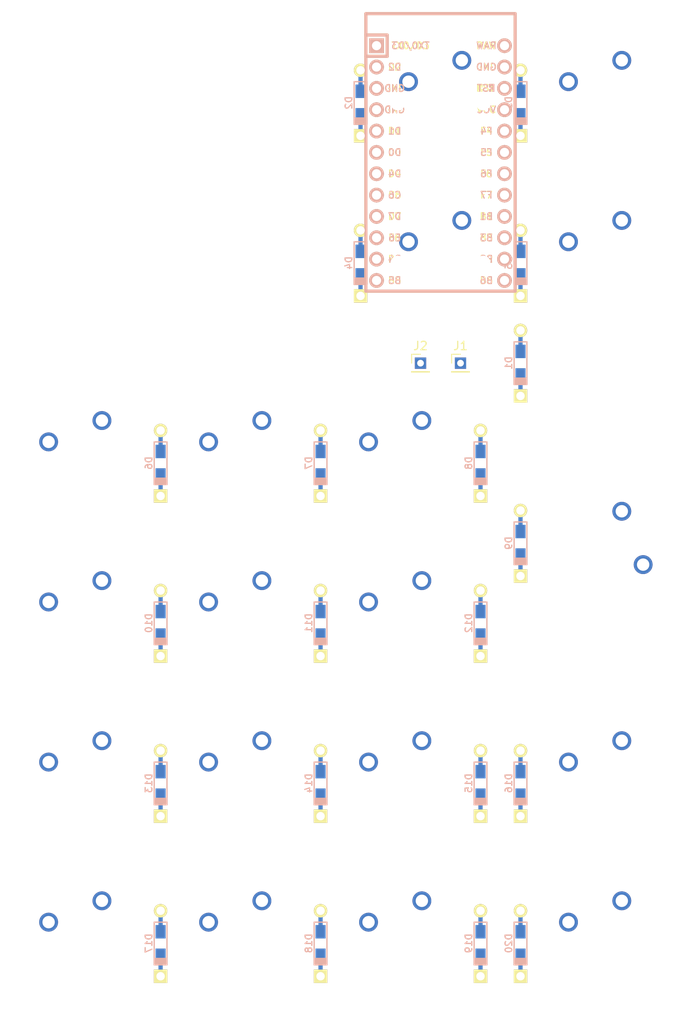
<source format=kicad_pcb>
(kicad_pcb (version 20171130) (host pcbnew "(5.1.9)-1")

  (general
    (thickness 1.6)
    (drawings 0)
    (tracks 0)
    (zones 0)
    (modules 42)
    (nets 55)
  )

  (page A4)
  (layers
    (0 F.Cu signal)
    (31 B.Cu signal)
    (32 B.Adhes user)
    (33 F.Adhes user)
    (34 B.Paste user)
    (35 F.Paste user)
    (36 B.SilkS user)
    (37 F.SilkS user)
    (38 B.Mask user)
    (39 F.Mask user)
    (40 Dwgs.User user)
    (41 Cmts.User user)
    (42 Eco1.User user)
    (43 Eco2.User user)
    (44 Edge.Cuts user)
    (45 Margin user)
    (46 B.CrtYd user)
    (47 F.CrtYd user)
    (48 B.Fab user)
    (49 F.Fab user)
  )

  (setup
    (last_trace_width 0.25)
    (trace_clearance 0.2)
    (zone_clearance 0.508)
    (zone_45_only no)
    (trace_min 0.2)
    (via_size 0.8)
    (via_drill 0.4)
    (via_min_size 0.4)
    (via_min_drill 0.3)
    (uvia_size 0.3)
    (uvia_drill 0.1)
    (uvias_allowed no)
    (uvia_min_size 0.2)
    (uvia_min_drill 0.1)
    (edge_width 0.05)
    (segment_width 0.2)
    (pcb_text_width 0.3)
    (pcb_text_size 1.5 1.5)
    (mod_edge_width 0.12)
    (mod_text_size 1 1)
    (mod_text_width 0.15)
    (pad_size 1.524 1.524)
    (pad_drill 0.762)
    (pad_to_mask_clearance 0)
    (aux_axis_origin 0 0)
    (visible_elements FFFFFF7F)
    (pcbplotparams
      (layerselection 0x010fc_ffffffff)
      (usegerberextensions false)
      (usegerberattributes true)
      (usegerberadvancedattributes true)
      (creategerberjobfile true)
      (excludeedgelayer true)
      (linewidth 0.100000)
      (plotframeref false)
      (viasonmask false)
      (mode 1)
      (useauxorigin false)
      (hpglpennumber 1)
      (hpglpenspeed 20)
      (hpglpendiameter 15.000000)
      (psnegative false)
      (psa4output false)
      (plotreference true)
      (plotvalue true)
      (plotinvisibletext false)
      (padsonsilk false)
      (subtractmaskfromsilk false)
      (outputformat 1)
      (mirror false)
      (drillshape 1)
      (scaleselection 1)
      (outputdirectory ""))
  )

  (net 0 "")
  (net 1 "Net-(D1-Pad2)")
  (net 2 ROW0)
  (net 3 "Net-(D2-Pad2)")
  (net 4 "Net-(D3-Pad2)")
  (net 5 "Net-(D4-Pad2)")
  (net 6 ROW1)
  (net 7 "Net-(D5-Pad2)")
  (net 8 "Net-(D6-Pad2)")
  (net 9 ROW2)
  (net 10 "Net-(D7-Pad2)")
  (net 11 "Net-(D8-Pad2)")
  (net 12 "Net-(D9-Pad2)")
  (net 13 ROW3)
  (net 14 "Net-(D10-Pad2)")
  (net 15 "Net-(D11-Pad2)")
  (net 16 "Net-(D12-Pad2)")
  (net 17 "Net-(D13-Pad2)")
  (net 18 ROW4)
  (net 19 "Net-(D14-Pad2)")
  (net 20 "Net-(D15-Pad2)")
  (net 21 "Net-(D16-Pad2)")
  (net 22 "Net-(D17-Pad2)")
  (net 23 ROW5)
  (net 24 "Net-(D18-Pad2)")
  (net 25 "Net-(D19-Pad2)")
  (net 26 "Net-(D20-Pad2)")
  (net 27 COL2)
  (net 28 COL3)
  (net 29 COL0)
  (net 30 COL1)
  (net 31 "Net-(U1-Pad22)")
  (net 32 "Net-(U1-Pad21)")
  (net 33 "Net-(U1-Pad20)")
  (net 34 "Net-(U1-Pad19)")
  (net 35 "Net-(U1-Pad18)")
  (net 36 "Net-(U1-Pad12)")
  (net 37 "Net-(U1-Pad11)")
  (net 38 "Net-(U1-Pad10)")
  (net 39 "Net-(U1-Pad9)")
  (net 40 "Net-(U1-Pad8)")
  (net 41 "Net-(U1-Pad1)")
  (net 42 "Net-(U1-Pad24)")
  (net 43 "Net-(U1-Pad23)")
  (net 44 "Net-(U1-Pad17)")
  (net 45 "Net-(U1-Pad16)")
  (net 46 "Net-(U1-Pad15)")
  (net 47 "Net-(U1-Pad14)")
  (net 48 "Net-(U1-Pad13)")
  (net 49 "Net-(U1-Pad7)")
  (net 50 "Net-(U1-Pad6)")
  (net 51 "Net-(U1-Pad5)")
  (net 52 "Net-(U1-Pad4)")
  (net 53 "Net-(U1-Pad3)")
  (net 54 "Net-(U1-Pad2)")

  (net_class Default "This is the default net class."
    (clearance 0.2)
    (trace_width 0.25)
    (via_dia 0.8)
    (via_drill 0.4)
    (uvia_dia 0.3)
    (uvia_drill 0.1)
    (add_net COL0)
    (add_net COL1)
    (add_net COL2)
    (add_net COL3)
    (add_net "Net-(D1-Pad2)")
    (add_net "Net-(D10-Pad2)")
    (add_net "Net-(D11-Pad2)")
    (add_net "Net-(D12-Pad2)")
    (add_net "Net-(D13-Pad2)")
    (add_net "Net-(D14-Pad2)")
    (add_net "Net-(D15-Pad2)")
    (add_net "Net-(D16-Pad2)")
    (add_net "Net-(D17-Pad2)")
    (add_net "Net-(D18-Pad2)")
    (add_net "Net-(D19-Pad2)")
    (add_net "Net-(D2-Pad2)")
    (add_net "Net-(D20-Pad2)")
    (add_net "Net-(D3-Pad2)")
    (add_net "Net-(D4-Pad2)")
    (add_net "Net-(D5-Pad2)")
    (add_net "Net-(D6-Pad2)")
    (add_net "Net-(D7-Pad2)")
    (add_net "Net-(D8-Pad2)")
    (add_net "Net-(D9-Pad2)")
    (add_net "Net-(U1-Pad1)")
    (add_net "Net-(U1-Pad10)")
    (add_net "Net-(U1-Pad11)")
    (add_net "Net-(U1-Pad12)")
    (add_net "Net-(U1-Pad13)")
    (add_net "Net-(U1-Pad14)")
    (add_net "Net-(U1-Pad15)")
    (add_net "Net-(U1-Pad16)")
    (add_net "Net-(U1-Pad17)")
    (add_net "Net-(U1-Pad18)")
    (add_net "Net-(U1-Pad19)")
    (add_net "Net-(U1-Pad2)")
    (add_net "Net-(U1-Pad20)")
    (add_net "Net-(U1-Pad21)")
    (add_net "Net-(U1-Pad22)")
    (add_net "Net-(U1-Pad23)")
    (add_net "Net-(U1-Pad24)")
    (add_net "Net-(U1-Pad3)")
    (add_net "Net-(U1-Pad4)")
    (add_net "Net-(U1-Pad5)")
    (add_net "Net-(U1-Pad6)")
    (add_net "Net-(U1-Pad7)")
    (add_net "Net-(U1-Pad8)")
    (add_net "Net-(U1-Pad9)")
    (add_net ROW0)
    (add_net ROW1)
    (add_net ROW2)
    (add_net ROW3)
    (add_net ROW4)
    (add_net ROW5)
  )

  (module Keebio-Parts:Diode-Hybrid-Back (layer F.Cu) (tedit 5B1AAB68) (tstamp 615BC2EE)
    (at 80.9625 123.825 270)
    (path /616A8426)
    (attr smd)
    (fp_text reference D20 (at -0.0254 1.4 90) (layer B.SilkS)
      (effects (font (size 0.8 0.8) (thickness 0.15)) (justify mirror))
    )
    (fp_text value SOD-123 (at 0 -1.925 90) (layer F.SilkS) hide
      (effects (font (size 0.8 0.8) (thickness 0.15)))
    )
    (fp_line (start 1.778 0.762) (end 1.778 -0.762) (layer B.SilkS) (width 0.15))
    (fp_line (start 1.905 0.762) (end 1.905 -0.762) (layer B.SilkS) (width 0.15))
    (fp_line (start 2.032 -0.762) (end 2.032 0.762) (layer B.SilkS) (width 0.15))
    (fp_line (start 2.413 0.762) (end 2.413 -0.762) (layer B.SilkS) (width 0.15))
    (fp_line (start 2.286 -0.762) (end 2.286 0.762) (layer B.SilkS) (width 0.15))
    (fp_line (start 2.159 0.762) (end 2.159 -0.762) (layer B.SilkS) (width 0.15))
    (fp_line (start -2.54 -0.762) (end -2.54 0.762) (layer B.SilkS) (width 0.15))
    (fp_line (start 2.54 -0.762) (end -2.54 -0.762) (layer B.SilkS) (width 0.15))
    (fp_line (start 2.54 0.762) (end 2.54 -0.762) (layer B.SilkS) (width 0.15))
    (fp_line (start -2.54 0.762) (end 2.54 0.762) (layer B.SilkS) (width 0.15))
    (pad 1 thru_hole rect (at 3.9 0 270) (size 1.6 1.6) (drill 1) (layers *.Cu *.Mask F.SilkS)
      (net 23 ROW5))
    (pad 2 thru_hole circle (at -3.9 0 270) (size 1.6 1.6) (drill 1) (layers *.Cu *.Mask F.SilkS)
      (net 26 "Net-(D20-Pad2)"))
    (pad 1 smd rect (at 2.5 0 270) (size 2.9 0.5) (layers B.Cu)
      (net 23 ROW5))
    (pad 1 smd rect (at 1.4 0 270) (size 1.6 1.2) (layers B.Cu B.Paste B.Mask)
      (net 23 ROW5))
    (pad 2 smd rect (at -1.4 0 270) (size 1.6 1.2) (layers B.Cu B.Paste B.Mask)
      (net 26 "Net-(D20-Pad2)"))
    (pad 2 smd rect (at -2.5 0 270) (size 2.9 0.5) (layers B.Cu)
      (net 26 "Net-(D20-Pad2)"))
    (model ${KISYS3DMOD}/Diodes_SMD.3dshapes/D_SOD-123.step
      (offset (xyz 0 0 -1.8))
      (scale (xyz 1 1 1))
      (rotate (xyz 0 180 0))
    )
  )

  (module Keebio-Parts:Diode-Hybrid-Back (layer F.Cu) (tedit 5B1AAB68) (tstamp 615BC2D5)
    (at 76.2 123.825 270)
    (path /61690323)
    (attr smd)
    (fp_text reference D19 (at -0.0254 1.4 90) (layer B.SilkS)
      (effects (font (size 0.8 0.8) (thickness 0.15)) (justify mirror))
    )
    (fp_text value SOD-123 (at 0 -1.925 90) (layer F.SilkS) hide
      (effects (font (size 0.8 0.8) (thickness 0.15)))
    )
    (fp_line (start 1.778 0.762) (end 1.778 -0.762) (layer B.SilkS) (width 0.15))
    (fp_line (start 1.905 0.762) (end 1.905 -0.762) (layer B.SilkS) (width 0.15))
    (fp_line (start 2.032 -0.762) (end 2.032 0.762) (layer B.SilkS) (width 0.15))
    (fp_line (start 2.413 0.762) (end 2.413 -0.762) (layer B.SilkS) (width 0.15))
    (fp_line (start 2.286 -0.762) (end 2.286 0.762) (layer B.SilkS) (width 0.15))
    (fp_line (start 2.159 0.762) (end 2.159 -0.762) (layer B.SilkS) (width 0.15))
    (fp_line (start -2.54 -0.762) (end -2.54 0.762) (layer B.SilkS) (width 0.15))
    (fp_line (start 2.54 -0.762) (end -2.54 -0.762) (layer B.SilkS) (width 0.15))
    (fp_line (start 2.54 0.762) (end 2.54 -0.762) (layer B.SilkS) (width 0.15))
    (fp_line (start -2.54 0.762) (end 2.54 0.762) (layer B.SilkS) (width 0.15))
    (pad 1 thru_hole rect (at 3.9 0 270) (size 1.6 1.6) (drill 1) (layers *.Cu *.Mask F.SilkS)
      (net 23 ROW5))
    (pad 2 thru_hole circle (at -3.9 0 270) (size 1.6 1.6) (drill 1) (layers *.Cu *.Mask F.SilkS)
      (net 25 "Net-(D19-Pad2)"))
    (pad 1 smd rect (at 2.5 0 270) (size 2.9 0.5) (layers B.Cu)
      (net 23 ROW5))
    (pad 1 smd rect (at 1.4 0 270) (size 1.6 1.2) (layers B.Cu B.Paste B.Mask)
      (net 23 ROW5))
    (pad 2 smd rect (at -1.4 0 270) (size 1.6 1.2) (layers B.Cu B.Paste B.Mask)
      (net 25 "Net-(D19-Pad2)"))
    (pad 2 smd rect (at -2.5 0 270) (size 2.9 0.5) (layers B.Cu)
      (net 25 "Net-(D19-Pad2)"))
    (model ${KISYS3DMOD}/Diodes_SMD.3dshapes/D_SOD-123.step
      (offset (xyz 0 0 -1.8))
      (scale (xyz 1 1 1))
      (rotate (xyz 0 180 0))
    )
  )

  (module Keebio-Parts:Diode-Hybrid-Back (layer F.Cu) (tedit 5B1AAB68) (tstamp 615BC2BC)
    (at 57.15 123.825 270)
    (path /61690309)
    (attr smd)
    (fp_text reference D18 (at -0.0254 1.4 90) (layer B.SilkS)
      (effects (font (size 0.8 0.8) (thickness 0.15)) (justify mirror))
    )
    (fp_text value SOD-123 (at 0 -1.925 90) (layer F.SilkS) hide
      (effects (font (size 0.8 0.8) (thickness 0.15)))
    )
    (fp_line (start 1.778 0.762) (end 1.778 -0.762) (layer B.SilkS) (width 0.15))
    (fp_line (start 1.905 0.762) (end 1.905 -0.762) (layer B.SilkS) (width 0.15))
    (fp_line (start 2.032 -0.762) (end 2.032 0.762) (layer B.SilkS) (width 0.15))
    (fp_line (start 2.413 0.762) (end 2.413 -0.762) (layer B.SilkS) (width 0.15))
    (fp_line (start 2.286 -0.762) (end 2.286 0.762) (layer B.SilkS) (width 0.15))
    (fp_line (start 2.159 0.762) (end 2.159 -0.762) (layer B.SilkS) (width 0.15))
    (fp_line (start -2.54 -0.762) (end -2.54 0.762) (layer B.SilkS) (width 0.15))
    (fp_line (start 2.54 -0.762) (end -2.54 -0.762) (layer B.SilkS) (width 0.15))
    (fp_line (start 2.54 0.762) (end 2.54 -0.762) (layer B.SilkS) (width 0.15))
    (fp_line (start -2.54 0.762) (end 2.54 0.762) (layer B.SilkS) (width 0.15))
    (pad 1 thru_hole rect (at 3.9 0 270) (size 1.6 1.6) (drill 1) (layers *.Cu *.Mask F.SilkS)
      (net 23 ROW5))
    (pad 2 thru_hole circle (at -3.9 0 270) (size 1.6 1.6) (drill 1) (layers *.Cu *.Mask F.SilkS)
      (net 24 "Net-(D18-Pad2)"))
    (pad 1 smd rect (at 2.5 0 270) (size 2.9 0.5) (layers B.Cu)
      (net 23 ROW5))
    (pad 1 smd rect (at 1.4 0 270) (size 1.6 1.2) (layers B.Cu B.Paste B.Mask)
      (net 23 ROW5))
    (pad 2 smd rect (at -1.4 0 270) (size 1.6 1.2) (layers B.Cu B.Paste B.Mask)
      (net 24 "Net-(D18-Pad2)"))
    (pad 2 smd rect (at -2.5 0 270) (size 2.9 0.5) (layers B.Cu)
      (net 24 "Net-(D18-Pad2)"))
    (model ${KISYS3DMOD}/Diodes_SMD.3dshapes/D_SOD-123.step
      (offset (xyz 0 0 -1.8))
      (scale (xyz 1 1 1))
      (rotate (xyz 0 180 0))
    )
  )

  (module Keebio-Parts:Diode-Hybrid-Back (layer F.Cu) (tedit 5B1AAB68) (tstamp 615BC2A3)
    (at 38.1 123.825 270)
    (path /616902FC)
    (attr smd)
    (fp_text reference D17 (at -0.0254 1.4 90) (layer B.SilkS)
      (effects (font (size 0.8 0.8) (thickness 0.15)) (justify mirror))
    )
    (fp_text value SOD-123 (at 0 -1.925 90) (layer F.SilkS) hide
      (effects (font (size 0.8 0.8) (thickness 0.15)))
    )
    (fp_line (start 1.778 0.762) (end 1.778 -0.762) (layer B.SilkS) (width 0.15))
    (fp_line (start 1.905 0.762) (end 1.905 -0.762) (layer B.SilkS) (width 0.15))
    (fp_line (start 2.032 -0.762) (end 2.032 0.762) (layer B.SilkS) (width 0.15))
    (fp_line (start 2.413 0.762) (end 2.413 -0.762) (layer B.SilkS) (width 0.15))
    (fp_line (start 2.286 -0.762) (end 2.286 0.762) (layer B.SilkS) (width 0.15))
    (fp_line (start 2.159 0.762) (end 2.159 -0.762) (layer B.SilkS) (width 0.15))
    (fp_line (start -2.54 -0.762) (end -2.54 0.762) (layer B.SilkS) (width 0.15))
    (fp_line (start 2.54 -0.762) (end -2.54 -0.762) (layer B.SilkS) (width 0.15))
    (fp_line (start 2.54 0.762) (end 2.54 -0.762) (layer B.SilkS) (width 0.15))
    (fp_line (start -2.54 0.762) (end 2.54 0.762) (layer B.SilkS) (width 0.15))
    (pad 1 thru_hole rect (at 3.9 0 270) (size 1.6 1.6) (drill 1) (layers *.Cu *.Mask F.SilkS)
      (net 23 ROW5))
    (pad 2 thru_hole circle (at -3.9 0 270) (size 1.6 1.6) (drill 1) (layers *.Cu *.Mask F.SilkS)
      (net 22 "Net-(D17-Pad2)"))
    (pad 1 smd rect (at 2.5 0 270) (size 2.9 0.5) (layers B.Cu)
      (net 23 ROW5))
    (pad 1 smd rect (at 1.4 0 270) (size 1.6 1.2) (layers B.Cu B.Paste B.Mask)
      (net 23 ROW5))
    (pad 2 smd rect (at -1.4 0 270) (size 1.6 1.2) (layers B.Cu B.Paste B.Mask)
      (net 22 "Net-(D17-Pad2)"))
    (pad 2 smd rect (at -2.5 0 270) (size 2.9 0.5) (layers B.Cu)
      (net 22 "Net-(D17-Pad2)"))
    (model ${KISYS3DMOD}/Diodes_SMD.3dshapes/D_SOD-123.step
      (offset (xyz 0 0 -1.8))
      (scale (xyz 1 1 1))
      (rotate (xyz 0 180 0))
    )
  )

  (module Keebio-Parts:Diode-Hybrid-Back (layer F.Cu) (tedit 5B1AAB68) (tstamp 615BC28A)
    (at 80.9625 104.775 270)
    (path /61673F4F)
    (attr smd)
    (fp_text reference D16 (at -0.0254 1.4 90) (layer B.SilkS)
      (effects (font (size 0.8 0.8) (thickness 0.15)) (justify mirror))
    )
    (fp_text value SOD-123 (at 0 -1.925 90) (layer F.SilkS) hide
      (effects (font (size 0.8 0.8) (thickness 0.15)))
    )
    (fp_line (start 1.778 0.762) (end 1.778 -0.762) (layer B.SilkS) (width 0.15))
    (fp_line (start 1.905 0.762) (end 1.905 -0.762) (layer B.SilkS) (width 0.15))
    (fp_line (start 2.032 -0.762) (end 2.032 0.762) (layer B.SilkS) (width 0.15))
    (fp_line (start 2.413 0.762) (end 2.413 -0.762) (layer B.SilkS) (width 0.15))
    (fp_line (start 2.286 -0.762) (end 2.286 0.762) (layer B.SilkS) (width 0.15))
    (fp_line (start 2.159 0.762) (end 2.159 -0.762) (layer B.SilkS) (width 0.15))
    (fp_line (start -2.54 -0.762) (end -2.54 0.762) (layer B.SilkS) (width 0.15))
    (fp_line (start 2.54 -0.762) (end -2.54 -0.762) (layer B.SilkS) (width 0.15))
    (fp_line (start 2.54 0.762) (end 2.54 -0.762) (layer B.SilkS) (width 0.15))
    (fp_line (start -2.54 0.762) (end 2.54 0.762) (layer B.SilkS) (width 0.15))
    (pad 1 thru_hole rect (at 3.9 0 270) (size 1.6 1.6) (drill 1) (layers *.Cu *.Mask F.SilkS)
      (net 18 ROW4))
    (pad 2 thru_hole circle (at -3.9 0 270) (size 1.6 1.6) (drill 1) (layers *.Cu *.Mask F.SilkS)
      (net 21 "Net-(D16-Pad2)"))
    (pad 1 smd rect (at 2.5 0 270) (size 2.9 0.5) (layers B.Cu)
      (net 18 ROW4))
    (pad 1 smd rect (at 1.4 0 270) (size 1.6 1.2) (layers B.Cu B.Paste B.Mask)
      (net 18 ROW4))
    (pad 2 smd rect (at -1.4 0 270) (size 1.6 1.2) (layers B.Cu B.Paste B.Mask)
      (net 21 "Net-(D16-Pad2)"))
    (pad 2 smd rect (at -2.5 0 270) (size 2.9 0.5) (layers B.Cu)
      (net 21 "Net-(D16-Pad2)"))
    (model ${KISYS3DMOD}/Diodes_SMD.3dshapes/D_SOD-123.step
      (offset (xyz 0 0 -1.8))
      (scale (xyz 1 1 1))
      (rotate (xyz 0 180 0))
    )
  )

  (module Keebio-Parts:Diode-Hybrid-Back (layer F.Cu) (tedit 5B1AAB68) (tstamp 615BC271)
    (at 76.2 104.775 270)
    (path /61690316)
    (attr smd)
    (fp_text reference D15 (at -0.0254 1.4 90) (layer B.SilkS)
      (effects (font (size 0.8 0.8) (thickness 0.15)) (justify mirror))
    )
    (fp_text value SOD-123 (at 0 -1.925 90) (layer F.SilkS) hide
      (effects (font (size 0.8 0.8) (thickness 0.15)))
    )
    (fp_line (start 1.778 0.762) (end 1.778 -0.762) (layer B.SilkS) (width 0.15))
    (fp_line (start 1.905 0.762) (end 1.905 -0.762) (layer B.SilkS) (width 0.15))
    (fp_line (start 2.032 -0.762) (end 2.032 0.762) (layer B.SilkS) (width 0.15))
    (fp_line (start 2.413 0.762) (end 2.413 -0.762) (layer B.SilkS) (width 0.15))
    (fp_line (start 2.286 -0.762) (end 2.286 0.762) (layer B.SilkS) (width 0.15))
    (fp_line (start 2.159 0.762) (end 2.159 -0.762) (layer B.SilkS) (width 0.15))
    (fp_line (start -2.54 -0.762) (end -2.54 0.762) (layer B.SilkS) (width 0.15))
    (fp_line (start 2.54 -0.762) (end -2.54 -0.762) (layer B.SilkS) (width 0.15))
    (fp_line (start 2.54 0.762) (end 2.54 -0.762) (layer B.SilkS) (width 0.15))
    (fp_line (start -2.54 0.762) (end 2.54 0.762) (layer B.SilkS) (width 0.15))
    (pad 1 thru_hole rect (at 3.9 0 270) (size 1.6 1.6) (drill 1) (layers *.Cu *.Mask F.SilkS)
      (net 18 ROW4))
    (pad 2 thru_hole circle (at -3.9 0 270) (size 1.6 1.6) (drill 1) (layers *.Cu *.Mask F.SilkS)
      (net 20 "Net-(D15-Pad2)"))
    (pad 1 smd rect (at 2.5 0 270) (size 2.9 0.5) (layers B.Cu)
      (net 18 ROW4))
    (pad 1 smd rect (at 1.4 0 270) (size 1.6 1.2) (layers B.Cu B.Paste B.Mask)
      (net 18 ROW4))
    (pad 2 smd rect (at -1.4 0 270) (size 1.6 1.2) (layers B.Cu B.Paste B.Mask)
      (net 20 "Net-(D15-Pad2)"))
    (pad 2 smd rect (at -2.5 0 270) (size 2.9 0.5) (layers B.Cu)
      (net 20 "Net-(D15-Pad2)"))
    (model ${KISYS3DMOD}/Diodes_SMD.3dshapes/D_SOD-123.step
      (offset (xyz 0 0 -1.8))
      (scale (xyz 1 1 1))
      (rotate (xyz 0 180 0))
    )
  )

  (module Keebio-Parts:Diode-Hybrid-Back (layer F.Cu) (tedit 5B1AAB68) (tstamp 615BC258)
    (at 57.15 104.775 270)
    (path /616902EF)
    (attr smd)
    (fp_text reference D14 (at -0.0254 1.4 90) (layer B.SilkS)
      (effects (font (size 0.8 0.8) (thickness 0.15)) (justify mirror))
    )
    (fp_text value SOD-123 (at 0 -1.925 90) (layer F.SilkS) hide
      (effects (font (size 0.8 0.8) (thickness 0.15)))
    )
    (fp_line (start 1.778 0.762) (end 1.778 -0.762) (layer B.SilkS) (width 0.15))
    (fp_line (start 1.905 0.762) (end 1.905 -0.762) (layer B.SilkS) (width 0.15))
    (fp_line (start 2.032 -0.762) (end 2.032 0.762) (layer B.SilkS) (width 0.15))
    (fp_line (start 2.413 0.762) (end 2.413 -0.762) (layer B.SilkS) (width 0.15))
    (fp_line (start 2.286 -0.762) (end 2.286 0.762) (layer B.SilkS) (width 0.15))
    (fp_line (start 2.159 0.762) (end 2.159 -0.762) (layer B.SilkS) (width 0.15))
    (fp_line (start -2.54 -0.762) (end -2.54 0.762) (layer B.SilkS) (width 0.15))
    (fp_line (start 2.54 -0.762) (end -2.54 -0.762) (layer B.SilkS) (width 0.15))
    (fp_line (start 2.54 0.762) (end 2.54 -0.762) (layer B.SilkS) (width 0.15))
    (fp_line (start -2.54 0.762) (end 2.54 0.762) (layer B.SilkS) (width 0.15))
    (pad 1 thru_hole rect (at 3.9 0 270) (size 1.6 1.6) (drill 1) (layers *.Cu *.Mask F.SilkS)
      (net 18 ROW4))
    (pad 2 thru_hole circle (at -3.9 0 270) (size 1.6 1.6) (drill 1) (layers *.Cu *.Mask F.SilkS)
      (net 19 "Net-(D14-Pad2)"))
    (pad 1 smd rect (at 2.5 0 270) (size 2.9 0.5) (layers B.Cu)
      (net 18 ROW4))
    (pad 1 smd rect (at 1.4 0 270) (size 1.6 1.2) (layers B.Cu B.Paste B.Mask)
      (net 18 ROW4))
    (pad 2 smd rect (at -1.4 0 270) (size 1.6 1.2) (layers B.Cu B.Paste B.Mask)
      (net 19 "Net-(D14-Pad2)"))
    (pad 2 smd rect (at -2.5 0 270) (size 2.9 0.5) (layers B.Cu)
      (net 19 "Net-(D14-Pad2)"))
    (model ${KISYS3DMOD}/Diodes_SMD.3dshapes/D_SOD-123.step
      (offset (xyz 0 0 -1.8))
      (scale (xyz 1 1 1))
      (rotate (xyz 0 180 0))
    )
  )

  (module Keebio-Parts:Diode-Hybrid-Back (layer F.Cu) (tedit 5B1AAB68) (tstamp 615BC23F)
    (at 38.1 104.775 270)
    (path /616902E2)
    (attr smd)
    (fp_text reference D13 (at -0.0254 1.4 90) (layer B.SilkS)
      (effects (font (size 0.8 0.8) (thickness 0.15)) (justify mirror))
    )
    (fp_text value SOD-123 (at 0 -1.925 90) (layer F.SilkS) hide
      (effects (font (size 0.8 0.8) (thickness 0.15)))
    )
    (fp_line (start 1.778 0.762) (end 1.778 -0.762) (layer B.SilkS) (width 0.15))
    (fp_line (start 1.905 0.762) (end 1.905 -0.762) (layer B.SilkS) (width 0.15))
    (fp_line (start 2.032 -0.762) (end 2.032 0.762) (layer B.SilkS) (width 0.15))
    (fp_line (start 2.413 0.762) (end 2.413 -0.762) (layer B.SilkS) (width 0.15))
    (fp_line (start 2.286 -0.762) (end 2.286 0.762) (layer B.SilkS) (width 0.15))
    (fp_line (start 2.159 0.762) (end 2.159 -0.762) (layer B.SilkS) (width 0.15))
    (fp_line (start -2.54 -0.762) (end -2.54 0.762) (layer B.SilkS) (width 0.15))
    (fp_line (start 2.54 -0.762) (end -2.54 -0.762) (layer B.SilkS) (width 0.15))
    (fp_line (start 2.54 0.762) (end 2.54 -0.762) (layer B.SilkS) (width 0.15))
    (fp_line (start -2.54 0.762) (end 2.54 0.762) (layer B.SilkS) (width 0.15))
    (pad 1 thru_hole rect (at 3.9 0 270) (size 1.6 1.6) (drill 1) (layers *.Cu *.Mask F.SilkS)
      (net 18 ROW4))
    (pad 2 thru_hole circle (at -3.9 0 270) (size 1.6 1.6) (drill 1) (layers *.Cu *.Mask F.SilkS)
      (net 17 "Net-(D13-Pad2)"))
    (pad 1 smd rect (at 2.5 0 270) (size 2.9 0.5) (layers B.Cu)
      (net 18 ROW4))
    (pad 1 smd rect (at 1.4 0 270) (size 1.6 1.2) (layers B.Cu B.Paste B.Mask)
      (net 18 ROW4))
    (pad 2 smd rect (at -1.4 0 270) (size 1.6 1.2) (layers B.Cu B.Paste B.Mask)
      (net 17 "Net-(D13-Pad2)"))
    (pad 2 smd rect (at -2.5 0 270) (size 2.9 0.5) (layers B.Cu)
      (net 17 "Net-(D13-Pad2)"))
    (model ${KISYS3DMOD}/Diodes_SMD.3dshapes/D_SOD-123.step
      (offset (xyz 0 0 -1.8))
      (scale (xyz 1 1 1))
      (rotate (xyz 0 180 0))
    )
  )

  (module Keebio-Parts:Diode-Hybrid-Back (layer F.Cu) (tedit 5B1AAB68) (tstamp 615BC226)
    (at 76.2 85.725 270)
    (path /61673F42)
    (attr smd)
    (fp_text reference D12 (at -0.0254 1.4 90) (layer B.SilkS)
      (effects (font (size 0.8 0.8) (thickness 0.15)) (justify mirror))
    )
    (fp_text value SOD-123 (at 0 -1.925 90) (layer F.SilkS) hide
      (effects (font (size 0.8 0.8) (thickness 0.15)))
    )
    (fp_line (start 1.778 0.762) (end 1.778 -0.762) (layer B.SilkS) (width 0.15))
    (fp_line (start 1.905 0.762) (end 1.905 -0.762) (layer B.SilkS) (width 0.15))
    (fp_line (start 2.032 -0.762) (end 2.032 0.762) (layer B.SilkS) (width 0.15))
    (fp_line (start 2.413 0.762) (end 2.413 -0.762) (layer B.SilkS) (width 0.15))
    (fp_line (start 2.286 -0.762) (end 2.286 0.762) (layer B.SilkS) (width 0.15))
    (fp_line (start 2.159 0.762) (end 2.159 -0.762) (layer B.SilkS) (width 0.15))
    (fp_line (start -2.54 -0.762) (end -2.54 0.762) (layer B.SilkS) (width 0.15))
    (fp_line (start 2.54 -0.762) (end -2.54 -0.762) (layer B.SilkS) (width 0.15))
    (fp_line (start 2.54 0.762) (end 2.54 -0.762) (layer B.SilkS) (width 0.15))
    (fp_line (start -2.54 0.762) (end 2.54 0.762) (layer B.SilkS) (width 0.15))
    (pad 1 thru_hole rect (at 3.9 0 270) (size 1.6 1.6) (drill 1) (layers *.Cu *.Mask F.SilkS)
      (net 13 ROW3))
    (pad 2 thru_hole circle (at -3.9 0 270) (size 1.6 1.6) (drill 1) (layers *.Cu *.Mask F.SilkS)
      (net 16 "Net-(D12-Pad2)"))
    (pad 1 smd rect (at 2.5 0 270) (size 2.9 0.5) (layers B.Cu)
      (net 13 ROW3))
    (pad 1 smd rect (at 1.4 0 270) (size 1.6 1.2) (layers B.Cu B.Paste B.Mask)
      (net 13 ROW3))
    (pad 2 smd rect (at -1.4 0 270) (size 1.6 1.2) (layers B.Cu B.Paste B.Mask)
      (net 16 "Net-(D12-Pad2)"))
    (pad 2 smd rect (at -2.5 0 270) (size 2.9 0.5) (layers B.Cu)
      (net 16 "Net-(D12-Pad2)"))
    (model ${KISYS3DMOD}/Diodes_SMD.3dshapes/D_SOD-123.step
      (offset (xyz 0 0 -1.8))
      (scale (xyz 1 1 1))
      (rotate (xyz 0 180 0))
    )
  )

  (module Keebio-Parts:Diode-Hybrid-Back (layer F.Cu) (tedit 5B1AAB68) (tstamp 615BC20D)
    (at 57.15 85.725 270)
    (path /61668BA3)
    (attr smd)
    (fp_text reference D11 (at -0.0254 1.4 90) (layer B.SilkS)
      (effects (font (size 0.8 0.8) (thickness 0.15)) (justify mirror))
    )
    (fp_text value SOD-123 (at 0 -1.925 90) (layer F.SilkS) hide
      (effects (font (size 0.8 0.8) (thickness 0.15)))
    )
    (fp_line (start 1.778 0.762) (end 1.778 -0.762) (layer B.SilkS) (width 0.15))
    (fp_line (start 1.905 0.762) (end 1.905 -0.762) (layer B.SilkS) (width 0.15))
    (fp_line (start 2.032 -0.762) (end 2.032 0.762) (layer B.SilkS) (width 0.15))
    (fp_line (start 2.413 0.762) (end 2.413 -0.762) (layer B.SilkS) (width 0.15))
    (fp_line (start 2.286 -0.762) (end 2.286 0.762) (layer B.SilkS) (width 0.15))
    (fp_line (start 2.159 0.762) (end 2.159 -0.762) (layer B.SilkS) (width 0.15))
    (fp_line (start -2.54 -0.762) (end -2.54 0.762) (layer B.SilkS) (width 0.15))
    (fp_line (start 2.54 -0.762) (end -2.54 -0.762) (layer B.SilkS) (width 0.15))
    (fp_line (start 2.54 0.762) (end 2.54 -0.762) (layer B.SilkS) (width 0.15))
    (fp_line (start -2.54 0.762) (end 2.54 0.762) (layer B.SilkS) (width 0.15))
    (pad 1 thru_hole rect (at 3.9 0 270) (size 1.6 1.6) (drill 1) (layers *.Cu *.Mask F.SilkS)
      (net 13 ROW3))
    (pad 2 thru_hole circle (at -3.9 0 270) (size 1.6 1.6) (drill 1) (layers *.Cu *.Mask F.SilkS)
      (net 15 "Net-(D11-Pad2)"))
    (pad 1 smd rect (at 2.5 0 270) (size 2.9 0.5) (layers B.Cu)
      (net 13 ROW3))
    (pad 1 smd rect (at 1.4 0 270) (size 1.6 1.2) (layers B.Cu B.Paste B.Mask)
      (net 13 ROW3))
    (pad 2 smd rect (at -1.4 0 270) (size 1.6 1.2) (layers B.Cu B.Paste B.Mask)
      (net 15 "Net-(D11-Pad2)"))
    (pad 2 smd rect (at -2.5 0 270) (size 2.9 0.5) (layers B.Cu)
      (net 15 "Net-(D11-Pad2)"))
    (model ${KISYS3DMOD}/Diodes_SMD.3dshapes/D_SOD-123.step
      (offset (xyz 0 0 -1.8))
      (scale (xyz 1 1 1))
      (rotate (xyz 0 180 0))
    )
  )

  (module Keebio-Parts:Diode-Hybrid-Back (layer F.Cu) (tedit 5B1AAB68) (tstamp 615BC1F4)
    (at 38.1 85.725 270)
    (path /61666B38)
    (attr smd)
    (fp_text reference D10 (at -0.0254 1.4 90) (layer B.SilkS)
      (effects (font (size 0.8 0.8) (thickness 0.15)) (justify mirror))
    )
    (fp_text value SOD-123 (at 0 -1.925 90) (layer F.SilkS) hide
      (effects (font (size 0.8 0.8) (thickness 0.15)))
    )
    (fp_line (start 1.778 0.762) (end 1.778 -0.762) (layer B.SilkS) (width 0.15))
    (fp_line (start 1.905 0.762) (end 1.905 -0.762) (layer B.SilkS) (width 0.15))
    (fp_line (start 2.032 -0.762) (end 2.032 0.762) (layer B.SilkS) (width 0.15))
    (fp_line (start 2.413 0.762) (end 2.413 -0.762) (layer B.SilkS) (width 0.15))
    (fp_line (start 2.286 -0.762) (end 2.286 0.762) (layer B.SilkS) (width 0.15))
    (fp_line (start 2.159 0.762) (end 2.159 -0.762) (layer B.SilkS) (width 0.15))
    (fp_line (start -2.54 -0.762) (end -2.54 0.762) (layer B.SilkS) (width 0.15))
    (fp_line (start 2.54 -0.762) (end -2.54 -0.762) (layer B.SilkS) (width 0.15))
    (fp_line (start 2.54 0.762) (end 2.54 -0.762) (layer B.SilkS) (width 0.15))
    (fp_line (start -2.54 0.762) (end 2.54 0.762) (layer B.SilkS) (width 0.15))
    (pad 1 thru_hole rect (at 3.9 0 270) (size 1.6 1.6) (drill 1) (layers *.Cu *.Mask F.SilkS)
      (net 13 ROW3))
    (pad 2 thru_hole circle (at -3.9 0 270) (size 1.6 1.6) (drill 1) (layers *.Cu *.Mask F.SilkS)
      (net 14 "Net-(D10-Pad2)"))
    (pad 1 smd rect (at 2.5 0 270) (size 2.9 0.5) (layers B.Cu)
      (net 13 ROW3))
    (pad 1 smd rect (at 1.4 0 270) (size 1.6 1.2) (layers B.Cu B.Paste B.Mask)
      (net 13 ROW3))
    (pad 2 smd rect (at -1.4 0 270) (size 1.6 1.2) (layers B.Cu B.Paste B.Mask)
      (net 14 "Net-(D10-Pad2)"))
    (pad 2 smd rect (at -2.5 0 270) (size 2.9 0.5) (layers B.Cu)
      (net 14 "Net-(D10-Pad2)"))
    (model ${KISYS3DMOD}/Diodes_SMD.3dshapes/D_SOD-123.step
      (offset (xyz 0 0 -1.8))
      (scale (xyz 1 1 1))
      (rotate (xyz 0 180 0))
    )
  )

  (module Keebio-Parts:Diode-Hybrid-Back (layer F.Cu) (tedit 5B1AAB68) (tstamp 615BC1DB)
    (at 80.9625 76.2 270)
    (path /61673F35)
    (attr smd)
    (fp_text reference D9 (at -0.0254 1.4 90) (layer B.SilkS)
      (effects (font (size 0.8 0.8) (thickness 0.15)) (justify mirror))
    )
    (fp_text value SOD-123 (at 0 -1.925 90) (layer F.SilkS) hide
      (effects (font (size 0.8 0.8) (thickness 0.15)))
    )
    (fp_line (start 1.778 0.762) (end 1.778 -0.762) (layer B.SilkS) (width 0.15))
    (fp_line (start 1.905 0.762) (end 1.905 -0.762) (layer B.SilkS) (width 0.15))
    (fp_line (start 2.032 -0.762) (end 2.032 0.762) (layer B.SilkS) (width 0.15))
    (fp_line (start 2.413 0.762) (end 2.413 -0.762) (layer B.SilkS) (width 0.15))
    (fp_line (start 2.286 -0.762) (end 2.286 0.762) (layer B.SilkS) (width 0.15))
    (fp_line (start 2.159 0.762) (end 2.159 -0.762) (layer B.SilkS) (width 0.15))
    (fp_line (start -2.54 -0.762) (end -2.54 0.762) (layer B.SilkS) (width 0.15))
    (fp_line (start 2.54 -0.762) (end -2.54 -0.762) (layer B.SilkS) (width 0.15))
    (fp_line (start 2.54 0.762) (end 2.54 -0.762) (layer B.SilkS) (width 0.15))
    (fp_line (start -2.54 0.762) (end 2.54 0.762) (layer B.SilkS) (width 0.15))
    (pad 1 thru_hole rect (at 3.9 0 270) (size 1.6 1.6) (drill 1) (layers *.Cu *.Mask F.SilkS)
      (net 13 ROW3))
    (pad 2 thru_hole circle (at -3.9 0 270) (size 1.6 1.6) (drill 1) (layers *.Cu *.Mask F.SilkS)
      (net 12 "Net-(D9-Pad2)"))
    (pad 1 smd rect (at 2.5 0 270) (size 2.9 0.5) (layers B.Cu)
      (net 13 ROW3))
    (pad 1 smd rect (at 1.4 0 270) (size 1.6 1.2) (layers B.Cu B.Paste B.Mask)
      (net 13 ROW3))
    (pad 2 smd rect (at -1.4 0 270) (size 1.6 1.2) (layers B.Cu B.Paste B.Mask)
      (net 12 "Net-(D9-Pad2)"))
    (pad 2 smd rect (at -2.5 0 270) (size 2.9 0.5) (layers B.Cu)
      (net 12 "Net-(D9-Pad2)"))
    (model ${KISYS3DMOD}/Diodes_SMD.3dshapes/D_SOD-123.step
      (offset (xyz 0 0 -1.8))
      (scale (xyz 1 1 1))
      (rotate (xyz 0 180 0))
    )
  )

  (module Keebio-Parts:Diode-Hybrid-Back (layer F.Cu) (tedit 5B1AAB68) (tstamp 615BC1C2)
    (at 76.2 66.675 270)
    (path /61673F28)
    (attr smd)
    (fp_text reference D8 (at -0.0254 1.4 90) (layer B.SilkS)
      (effects (font (size 0.8 0.8) (thickness 0.15)) (justify mirror))
    )
    (fp_text value SOD-123 (at 0 -1.925 90) (layer F.SilkS) hide
      (effects (font (size 0.8 0.8) (thickness 0.15)))
    )
    (fp_line (start 1.778 0.762) (end 1.778 -0.762) (layer B.SilkS) (width 0.15))
    (fp_line (start 1.905 0.762) (end 1.905 -0.762) (layer B.SilkS) (width 0.15))
    (fp_line (start 2.032 -0.762) (end 2.032 0.762) (layer B.SilkS) (width 0.15))
    (fp_line (start 2.413 0.762) (end 2.413 -0.762) (layer B.SilkS) (width 0.15))
    (fp_line (start 2.286 -0.762) (end 2.286 0.762) (layer B.SilkS) (width 0.15))
    (fp_line (start 2.159 0.762) (end 2.159 -0.762) (layer B.SilkS) (width 0.15))
    (fp_line (start -2.54 -0.762) (end -2.54 0.762) (layer B.SilkS) (width 0.15))
    (fp_line (start 2.54 -0.762) (end -2.54 -0.762) (layer B.SilkS) (width 0.15))
    (fp_line (start 2.54 0.762) (end 2.54 -0.762) (layer B.SilkS) (width 0.15))
    (fp_line (start -2.54 0.762) (end 2.54 0.762) (layer B.SilkS) (width 0.15))
    (pad 1 thru_hole rect (at 3.9 0 270) (size 1.6 1.6) (drill 1) (layers *.Cu *.Mask F.SilkS)
      (net 9 ROW2))
    (pad 2 thru_hole circle (at -3.9 0 270) (size 1.6 1.6) (drill 1) (layers *.Cu *.Mask F.SilkS)
      (net 11 "Net-(D8-Pad2)"))
    (pad 1 smd rect (at 2.5 0 270) (size 2.9 0.5) (layers B.Cu)
      (net 9 ROW2))
    (pad 1 smd rect (at 1.4 0 270) (size 1.6 1.2) (layers B.Cu B.Paste B.Mask)
      (net 9 ROW2))
    (pad 2 smd rect (at -1.4 0 270) (size 1.6 1.2) (layers B.Cu B.Paste B.Mask)
      (net 11 "Net-(D8-Pad2)"))
    (pad 2 smd rect (at -2.5 0 270) (size 2.9 0.5) (layers B.Cu)
      (net 11 "Net-(D8-Pad2)"))
    (model ${KISYS3DMOD}/Diodes_SMD.3dshapes/D_SOD-123.step
      (offset (xyz 0 0 -1.8))
      (scale (xyz 1 1 1))
      (rotate (xyz 0 180 0))
    )
  )

  (module Keebio-Parts:Diode-Hybrid-Back (layer F.Cu) (tedit 5B1AAB68) (tstamp 615BC1A9)
    (at 57.15 66.675 270)
    (path /6166396F)
    (attr smd)
    (fp_text reference D7 (at -0.0254 1.4 90) (layer B.SilkS)
      (effects (font (size 0.8 0.8) (thickness 0.15)) (justify mirror))
    )
    (fp_text value SOD-123 (at 0 -1.925 90) (layer F.SilkS) hide
      (effects (font (size 0.8 0.8) (thickness 0.15)))
    )
    (fp_line (start 1.778 0.762) (end 1.778 -0.762) (layer B.SilkS) (width 0.15))
    (fp_line (start 1.905 0.762) (end 1.905 -0.762) (layer B.SilkS) (width 0.15))
    (fp_line (start 2.032 -0.762) (end 2.032 0.762) (layer B.SilkS) (width 0.15))
    (fp_line (start 2.413 0.762) (end 2.413 -0.762) (layer B.SilkS) (width 0.15))
    (fp_line (start 2.286 -0.762) (end 2.286 0.762) (layer B.SilkS) (width 0.15))
    (fp_line (start 2.159 0.762) (end 2.159 -0.762) (layer B.SilkS) (width 0.15))
    (fp_line (start -2.54 -0.762) (end -2.54 0.762) (layer B.SilkS) (width 0.15))
    (fp_line (start 2.54 -0.762) (end -2.54 -0.762) (layer B.SilkS) (width 0.15))
    (fp_line (start 2.54 0.762) (end 2.54 -0.762) (layer B.SilkS) (width 0.15))
    (fp_line (start -2.54 0.762) (end 2.54 0.762) (layer B.SilkS) (width 0.15))
    (pad 1 thru_hole rect (at 3.9 0 270) (size 1.6 1.6) (drill 1) (layers *.Cu *.Mask F.SilkS)
      (net 9 ROW2))
    (pad 2 thru_hole circle (at -3.9 0 270) (size 1.6 1.6) (drill 1) (layers *.Cu *.Mask F.SilkS)
      (net 10 "Net-(D7-Pad2)"))
    (pad 1 smd rect (at 2.5 0 270) (size 2.9 0.5) (layers B.Cu)
      (net 9 ROW2))
    (pad 1 smd rect (at 1.4 0 270) (size 1.6 1.2) (layers B.Cu B.Paste B.Mask)
      (net 9 ROW2))
    (pad 2 smd rect (at -1.4 0 270) (size 1.6 1.2) (layers B.Cu B.Paste B.Mask)
      (net 10 "Net-(D7-Pad2)"))
    (pad 2 smd rect (at -2.5 0 270) (size 2.9 0.5) (layers B.Cu)
      (net 10 "Net-(D7-Pad2)"))
    (model ${KISYS3DMOD}/Diodes_SMD.3dshapes/D_SOD-123.step
      (offset (xyz 0 0 -1.8))
      (scale (xyz 1 1 1))
      (rotate (xyz 0 180 0))
    )
  )

  (module Keebio-Parts:Diode-Hybrid-Back (layer F.Cu) (tedit 5B1AAB68) (tstamp 615BC190)
    (at 38.1 66.675 270)
    (path /6165BE58)
    (attr smd)
    (fp_text reference D6 (at -0.0254 1.4 90) (layer B.SilkS)
      (effects (font (size 0.8 0.8) (thickness 0.15)) (justify mirror))
    )
    (fp_text value SOD-123 (at 0 -1.925 90) (layer F.SilkS) hide
      (effects (font (size 0.8 0.8) (thickness 0.15)))
    )
    (fp_line (start 1.778 0.762) (end 1.778 -0.762) (layer B.SilkS) (width 0.15))
    (fp_line (start 1.905 0.762) (end 1.905 -0.762) (layer B.SilkS) (width 0.15))
    (fp_line (start 2.032 -0.762) (end 2.032 0.762) (layer B.SilkS) (width 0.15))
    (fp_line (start 2.413 0.762) (end 2.413 -0.762) (layer B.SilkS) (width 0.15))
    (fp_line (start 2.286 -0.762) (end 2.286 0.762) (layer B.SilkS) (width 0.15))
    (fp_line (start 2.159 0.762) (end 2.159 -0.762) (layer B.SilkS) (width 0.15))
    (fp_line (start -2.54 -0.762) (end -2.54 0.762) (layer B.SilkS) (width 0.15))
    (fp_line (start 2.54 -0.762) (end -2.54 -0.762) (layer B.SilkS) (width 0.15))
    (fp_line (start 2.54 0.762) (end 2.54 -0.762) (layer B.SilkS) (width 0.15))
    (fp_line (start -2.54 0.762) (end 2.54 0.762) (layer B.SilkS) (width 0.15))
    (pad 1 thru_hole rect (at 3.9 0 270) (size 1.6 1.6) (drill 1) (layers *.Cu *.Mask F.SilkS)
      (net 9 ROW2))
    (pad 2 thru_hole circle (at -3.9 0 270) (size 1.6 1.6) (drill 1) (layers *.Cu *.Mask F.SilkS)
      (net 8 "Net-(D6-Pad2)"))
    (pad 1 smd rect (at 2.5 0 270) (size 2.9 0.5) (layers B.Cu)
      (net 9 ROW2))
    (pad 1 smd rect (at 1.4 0 270) (size 1.6 1.2) (layers B.Cu B.Paste B.Mask)
      (net 9 ROW2))
    (pad 2 smd rect (at -1.4 0 270) (size 1.6 1.2) (layers B.Cu B.Paste B.Mask)
      (net 8 "Net-(D6-Pad2)"))
    (pad 2 smd rect (at -2.5 0 270) (size 2.9 0.5) (layers B.Cu)
      (net 8 "Net-(D6-Pad2)"))
    (model ${KISYS3DMOD}/Diodes_SMD.3dshapes/D_SOD-123.step
      (offset (xyz 0 0 -1.8))
      (scale (xyz 1 1 1))
      (rotate (xyz 0 180 0))
    )
  )

  (module Keebio-Parts:Diode-Hybrid-Back (layer F.Cu) (tedit 5B1AAB68) (tstamp 615BC177)
    (at 80.9625 42.8625 270)
    (path /616BEEC0)
    (attr smd)
    (fp_text reference D5 (at -0.0254 1.4 90) (layer B.SilkS)
      (effects (font (size 0.8 0.8) (thickness 0.15)) (justify mirror))
    )
    (fp_text value SOD-123 (at 0 -1.925 90) (layer F.SilkS) hide
      (effects (font (size 0.8 0.8) (thickness 0.15)))
    )
    (fp_line (start 1.778 0.762) (end 1.778 -0.762) (layer B.SilkS) (width 0.15))
    (fp_line (start 1.905 0.762) (end 1.905 -0.762) (layer B.SilkS) (width 0.15))
    (fp_line (start 2.032 -0.762) (end 2.032 0.762) (layer B.SilkS) (width 0.15))
    (fp_line (start 2.413 0.762) (end 2.413 -0.762) (layer B.SilkS) (width 0.15))
    (fp_line (start 2.286 -0.762) (end 2.286 0.762) (layer B.SilkS) (width 0.15))
    (fp_line (start 2.159 0.762) (end 2.159 -0.762) (layer B.SilkS) (width 0.15))
    (fp_line (start -2.54 -0.762) (end -2.54 0.762) (layer B.SilkS) (width 0.15))
    (fp_line (start 2.54 -0.762) (end -2.54 -0.762) (layer B.SilkS) (width 0.15))
    (fp_line (start 2.54 0.762) (end 2.54 -0.762) (layer B.SilkS) (width 0.15))
    (fp_line (start -2.54 0.762) (end 2.54 0.762) (layer B.SilkS) (width 0.15))
    (pad 1 thru_hole rect (at 3.9 0 270) (size 1.6 1.6) (drill 1) (layers *.Cu *.Mask F.SilkS)
      (net 6 ROW1))
    (pad 2 thru_hole circle (at -3.9 0 270) (size 1.6 1.6) (drill 1) (layers *.Cu *.Mask F.SilkS)
      (net 7 "Net-(D5-Pad2)"))
    (pad 1 smd rect (at 2.5 0 270) (size 2.9 0.5) (layers B.Cu)
      (net 6 ROW1))
    (pad 1 smd rect (at 1.4 0 270) (size 1.6 1.2) (layers B.Cu B.Paste B.Mask)
      (net 6 ROW1))
    (pad 2 smd rect (at -1.4 0 270) (size 1.6 1.2) (layers B.Cu B.Paste B.Mask)
      (net 7 "Net-(D5-Pad2)"))
    (pad 2 smd rect (at -2.5 0 270) (size 2.9 0.5) (layers B.Cu)
      (net 7 "Net-(D5-Pad2)"))
    (model ${KISYS3DMOD}/Diodes_SMD.3dshapes/D_SOD-123.step
      (offset (xyz 0 0 -1.8))
      (scale (xyz 1 1 1))
      (rotate (xyz 0 180 0))
    )
  )

  (module Keebio-Parts:Diode-Hybrid-Back (layer F.Cu) (tedit 5B1AAB68) (tstamp 615BC15E)
    (at 61.9125 42.8625 270)
    (path /616BEEB3)
    (attr smd)
    (fp_text reference D4 (at -0.0254 1.4 90) (layer B.SilkS)
      (effects (font (size 0.8 0.8) (thickness 0.15)) (justify mirror))
    )
    (fp_text value SOD-123 (at 0 -1.925 90) (layer F.SilkS) hide
      (effects (font (size 0.8 0.8) (thickness 0.15)))
    )
    (fp_line (start 1.778 0.762) (end 1.778 -0.762) (layer B.SilkS) (width 0.15))
    (fp_line (start 1.905 0.762) (end 1.905 -0.762) (layer B.SilkS) (width 0.15))
    (fp_line (start 2.032 -0.762) (end 2.032 0.762) (layer B.SilkS) (width 0.15))
    (fp_line (start 2.413 0.762) (end 2.413 -0.762) (layer B.SilkS) (width 0.15))
    (fp_line (start 2.286 -0.762) (end 2.286 0.762) (layer B.SilkS) (width 0.15))
    (fp_line (start 2.159 0.762) (end 2.159 -0.762) (layer B.SilkS) (width 0.15))
    (fp_line (start -2.54 -0.762) (end -2.54 0.762) (layer B.SilkS) (width 0.15))
    (fp_line (start 2.54 -0.762) (end -2.54 -0.762) (layer B.SilkS) (width 0.15))
    (fp_line (start 2.54 0.762) (end 2.54 -0.762) (layer B.SilkS) (width 0.15))
    (fp_line (start -2.54 0.762) (end 2.54 0.762) (layer B.SilkS) (width 0.15))
    (pad 1 thru_hole rect (at 3.9 0 270) (size 1.6 1.6) (drill 1) (layers *.Cu *.Mask F.SilkS)
      (net 6 ROW1))
    (pad 2 thru_hole circle (at -3.9 0 270) (size 1.6 1.6) (drill 1) (layers *.Cu *.Mask F.SilkS)
      (net 5 "Net-(D4-Pad2)"))
    (pad 1 smd rect (at 2.5 0 270) (size 2.9 0.5) (layers B.Cu)
      (net 6 ROW1))
    (pad 1 smd rect (at 1.4 0 270) (size 1.6 1.2) (layers B.Cu B.Paste B.Mask)
      (net 6 ROW1))
    (pad 2 smd rect (at -1.4 0 270) (size 1.6 1.2) (layers B.Cu B.Paste B.Mask)
      (net 5 "Net-(D4-Pad2)"))
    (pad 2 smd rect (at -2.5 0 270) (size 2.9 0.5) (layers B.Cu)
      (net 5 "Net-(D4-Pad2)"))
    (model ${KISYS3DMOD}/Diodes_SMD.3dshapes/D_SOD-123.step
      (offset (xyz 0 0 -1.8))
      (scale (xyz 1 1 1))
      (rotate (xyz 0 180 0))
    )
  )

  (module Keebio-Parts:Diode-Hybrid-Back (layer F.Cu) (tedit 5B1AAB68) (tstamp 615BC145)
    (at 80.9625 23.8125 270)
    (path /616BEEA6)
    (attr smd)
    (fp_text reference D3 (at -0.0254 1.4 90) (layer B.SilkS)
      (effects (font (size 0.8 0.8) (thickness 0.15)) (justify mirror))
    )
    (fp_text value SOD-123 (at 0 -1.925 90) (layer F.SilkS) hide
      (effects (font (size 0.8 0.8) (thickness 0.15)))
    )
    (fp_line (start 1.778 0.762) (end 1.778 -0.762) (layer B.SilkS) (width 0.15))
    (fp_line (start 1.905 0.762) (end 1.905 -0.762) (layer B.SilkS) (width 0.15))
    (fp_line (start 2.032 -0.762) (end 2.032 0.762) (layer B.SilkS) (width 0.15))
    (fp_line (start 2.413 0.762) (end 2.413 -0.762) (layer B.SilkS) (width 0.15))
    (fp_line (start 2.286 -0.762) (end 2.286 0.762) (layer B.SilkS) (width 0.15))
    (fp_line (start 2.159 0.762) (end 2.159 -0.762) (layer B.SilkS) (width 0.15))
    (fp_line (start -2.54 -0.762) (end -2.54 0.762) (layer B.SilkS) (width 0.15))
    (fp_line (start 2.54 -0.762) (end -2.54 -0.762) (layer B.SilkS) (width 0.15))
    (fp_line (start 2.54 0.762) (end 2.54 -0.762) (layer B.SilkS) (width 0.15))
    (fp_line (start -2.54 0.762) (end 2.54 0.762) (layer B.SilkS) (width 0.15))
    (pad 1 thru_hole rect (at 3.9 0 270) (size 1.6 1.6) (drill 1) (layers *.Cu *.Mask F.SilkS)
      (net 2 ROW0))
    (pad 2 thru_hole circle (at -3.9 0 270) (size 1.6 1.6) (drill 1) (layers *.Cu *.Mask F.SilkS)
      (net 4 "Net-(D3-Pad2)"))
    (pad 1 smd rect (at 2.5 0 270) (size 2.9 0.5) (layers B.Cu)
      (net 2 ROW0))
    (pad 1 smd rect (at 1.4 0 270) (size 1.6 1.2) (layers B.Cu B.Paste B.Mask)
      (net 2 ROW0))
    (pad 2 smd rect (at -1.4 0 270) (size 1.6 1.2) (layers B.Cu B.Paste B.Mask)
      (net 4 "Net-(D3-Pad2)"))
    (pad 2 smd rect (at -2.5 0 270) (size 2.9 0.5) (layers B.Cu)
      (net 4 "Net-(D3-Pad2)"))
    (model ${KISYS3DMOD}/Diodes_SMD.3dshapes/D_SOD-123.step
      (offset (xyz 0 0 -1.8))
      (scale (xyz 1 1 1))
      (rotate (xyz 0 180 0))
    )
  )

  (module Keebio-Parts:Diode-Hybrid-Back (layer F.Cu) (tedit 5B1AAB68) (tstamp 615BC12C)
    (at 61.9125 23.8125 270)
    (path /616BEE99)
    (attr smd)
    (fp_text reference D2 (at -0.0254 1.4 90) (layer B.SilkS)
      (effects (font (size 0.8 0.8) (thickness 0.15)) (justify mirror))
    )
    (fp_text value SOD-123 (at 0 -1.925 90) (layer F.SilkS) hide
      (effects (font (size 0.8 0.8) (thickness 0.15)))
    )
    (fp_line (start 1.778 0.762) (end 1.778 -0.762) (layer B.SilkS) (width 0.15))
    (fp_line (start 1.905 0.762) (end 1.905 -0.762) (layer B.SilkS) (width 0.15))
    (fp_line (start 2.032 -0.762) (end 2.032 0.762) (layer B.SilkS) (width 0.15))
    (fp_line (start 2.413 0.762) (end 2.413 -0.762) (layer B.SilkS) (width 0.15))
    (fp_line (start 2.286 -0.762) (end 2.286 0.762) (layer B.SilkS) (width 0.15))
    (fp_line (start 2.159 0.762) (end 2.159 -0.762) (layer B.SilkS) (width 0.15))
    (fp_line (start -2.54 -0.762) (end -2.54 0.762) (layer B.SilkS) (width 0.15))
    (fp_line (start 2.54 -0.762) (end -2.54 -0.762) (layer B.SilkS) (width 0.15))
    (fp_line (start 2.54 0.762) (end 2.54 -0.762) (layer B.SilkS) (width 0.15))
    (fp_line (start -2.54 0.762) (end 2.54 0.762) (layer B.SilkS) (width 0.15))
    (pad 1 thru_hole rect (at 3.9 0 270) (size 1.6 1.6) (drill 1) (layers *.Cu *.Mask F.SilkS)
      (net 2 ROW0))
    (pad 2 thru_hole circle (at -3.9 0 270) (size 1.6 1.6) (drill 1) (layers *.Cu *.Mask F.SilkS)
      (net 3 "Net-(D2-Pad2)"))
    (pad 1 smd rect (at 2.5 0 270) (size 2.9 0.5) (layers B.Cu)
      (net 2 ROW0))
    (pad 1 smd rect (at 1.4 0 270) (size 1.6 1.2) (layers B.Cu B.Paste B.Mask)
      (net 2 ROW0))
    (pad 2 smd rect (at -1.4 0 270) (size 1.6 1.2) (layers B.Cu B.Paste B.Mask)
      (net 3 "Net-(D2-Pad2)"))
    (pad 2 smd rect (at -2.5 0 270) (size 2.9 0.5) (layers B.Cu)
      (net 3 "Net-(D2-Pad2)"))
    (model ${KISYS3DMOD}/Diodes_SMD.3dshapes/D_SOD-123.step
      (offset (xyz 0 0 -1.8))
      (scale (xyz 1 1 1))
      (rotate (xyz 0 180 0))
    )
  )

  (module Keebio-Parts:Diode-Hybrid-Back (layer F.Cu) (tedit 5B1AAB68) (tstamp 615BC113)
    (at 80.9625 54.76875 270)
    (path /616ED1F5)
    (attr smd)
    (fp_text reference D1 (at -0.0254 1.4 90) (layer B.SilkS)
      (effects (font (size 0.8 0.8) (thickness 0.15)) (justify mirror))
    )
    (fp_text value SOD-123 (at 0 -1.925 90) (layer F.SilkS) hide
      (effects (font (size 0.8 0.8) (thickness 0.15)))
    )
    (fp_line (start 1.778 0.762) (end 1.778 -0.762) (layer B.SilkS) (width 0.15))
    (fp_line (start 1.905 0.762) (end 1.905 -0.762) (layer B.SilkS) (width 0.15))
    (fp_line (start 2.032 -0.762) (end 2.032 0.762) (layer B.SilkS) (width 0.15))
    (fp_line (start 2.413 0.762) (end 2.413 -0.762) (layer B.SilkS) (width 0.15))
    (fp_line (start 2.286 -0.762) (end 2.286 0.762) (layer B.SilkS) (width 0.15))
    (fp_line (start 2.159 0.762) (end 2.159 -0.762) (layer B.SilkS) (width 0.15))
    (fp_line (start -2.54 -0.762) (end -2.54 0.762) (layer B.SilkS) (width 0.15))
    (fp_line (start 2.54 -0.762) (end -2.54 -0.762) (layer B.SilkS) (width 0.15))
    (fp_line (start 2.54 0.762) (end 2.54 -0.762) (layer B.SilkS) (width 0.15))
    (fp_line (start -2.54 0.762) (end 2.54 0.762) (layer B.SilkS) (width 0.15))
    (pad 1 thru_hole rect (at 3.9 0 270) (size 1.6 1.6) (drill 1) (layers *.Cu *.Mask F.SilkS)
      (net 9 ROW2))
    (pad 2 thru_hole circle (at -3.9 0 270) (size 1.6 1.6) (drill 1) (layers *.Cu *.Mask F.SilkS)
      (net 1 "Net-(D1-Pad2)"))
    (pad 1 smd rect (at 2.5 0 270) (size 2.9 0.5) (layers B.Cu)
      (net 9 ROW2))
    (pad 1 smd rect (at 1.4 0 270) (size 1.6 1.2) (layers B.Cu B.Paste B.Mask)
      (net 9 ROW2))
    (pad 2 smd rect (at -1.4 0 270) (size 1.6 1.2) (layers B.Cu B.Paste B.Mask)
      (net 1 "Net-(D1-Pad2)"))
    (pad 2 smd rect (at -2.5 0 270) (size 2.9 0.5) (layers B.Cu)
      (net 1 "Net-(D1-Pad2)"))
    (model ${KISYS3DMOD}/Diodes_SMD.3dshapes/D_SOD-123.step
      (offset (xyz 0 0 -1.8))
      (scale (xyz 1 1 1))
      (rotate (xyz 0 180 0))
    )
  )

  (module Keebio-Parts:ArduinoProMicro (layer F.Cu) (tedit 5B307E4C) (tstamp 615C1498)
    (at 71.4375 30.95625 270)
    (path /617EE680)
    (fp_text reference U1 (at 0 1.625 90) (layer F.SilkS) hide
      (effects (font (size 1.27 1.524) (thickness 0.2032)))
    )
    (fp_text value ProMicro (at 0 0 90) (layer F.SilkS) hide
      (effects (font (size 1.27 1.524) (thickness 0.2032)))
    )
    (fp_text user ST (at -8.91 -5.04) (layer B.SilkS)
      (effects (font (size 0.8 0.8) (thickness 0.15)) (justify mirror))
    )
    (fp_text user TX0/D3 (at -13.97 3.571872) (layer F.SilkS)
      (effects (font (size 0.8 0.8) (thickness 0.15)))
    )
    (fp_text user TX0/D3 (at -13.97 3.571872) (layer B.SilkS)
      (effects (font (size 0.8 0.8) (thickness 0.15)) (justify mirror))
    )
    (fp_text user D2 (at -11.43 5.461) (layer F.SilkS)
      (effects (font (size 0.8 0.8) (thickness 0.15)))
    )
    (fp_text user D0 (at -1.27 5.461) (layer F.SilkS)
      (effects (font (size 0.8 0.8) (thickness 0.15)))
    )
    (fp_text user D1 (at -3.81 5.461) (layer F.SilkS)
      (effects (font (size 0.8 0.8) (thickness 0.15)))
    )
    (fp_text user GND (at -6.35 5.461) (layer F.SilkS)
      (effects (font (size 0.8 0.8) (thickness 0.15)))
    )
    (fp_text user GND (at -8.89 5.461) (layer F.SilkS)
      (effects (font (size 0.8 0.8) (thickness 0.15)))
    )
    (fp_text user D4 (at 1.27 5.461) (layer F.SilkS)
      (effects (font (size 0.8 0.8) (thickness 0.15)))
    )
    (fp_text user C6 (at 3.81 5.461) (layer F.SilkS)
      (effects (font (size 0.8 0.8) (thickness 0.15)))
    )
    (fp_text user D7 (at 6.35 5.461) (layer F.SilkS)
      (effects (font (size 0.8 0.8) (thickness 0.15)))
    )
    (fp_text user E6 (at 8.89 5.461) (layer F.SilkS)
      (effects (font (size 0.8 0.8) (thickness 0.15)))
    )
    (fp_text user B4 (at 11.43 5.461) (layer F.SilkS)
      (effects (font (size 0.8 0.8) (thickness 0.15)))
    )
    (fp_text user B5 (at 13.97 5.461) (layer F.SilkS)
      (effects (font (size 0.8 0.8) (thickness 0.15)))
    )
    (fp_text user B6 (at 13.97 -5.461) (layer F.SilkS)
      (effects (font (size 0.8 0.8) (thickness 0.15)))
    )
    (fp_text user B2 (at 11.43 -5.461) (layer B.SilkS)
      (effects (font (size 0.8 0.8) (thickness 0.15)) (justify mirror))
    )
    (fp_text user B3 (at 8.89 -5.461) (layer F.SilkS)
      (effects (font (size 0.8 0.8) (thickness 0.15)))
    )
    (fp_text user B1 (at 6.35 -5.461) (layer F.SilkS)
      (effects (font (size 0.8 0.8) (thickness 0.15)))
    )
    (fp_text user F7 (at 3.81 -5.461) (layer B.SilkS)
      (effects (font (size 0.8 0.8) (thickness 0.15)) (justify mirror))
    )
    (fp_text user F6 (at 1.27 -5.461) (layer B.SilkS)
      (effects (font (size 0.8 0.8) (thickness 0.15)) (justify mirror))
    )
    (fp_text user F5 (at -1.27 -5.461) (layer B.SilkS)
      (effects (font (size 0.8 0.8) (thickness 0.15)) (justify mirror))
    )
    (fp_text user F4 (at -3.81 -5.461) (layer F.SilkS)
      (effects (font (size 0.8 0.8) (thickness 0.15)))
    )
    (fp_text user VCC (at -6.35 -5.461) (layer F.SilkS)
      (effects (font (size 0.8 0.8) (thickness 0.15)))
    )
    (fp_text user ST (at -8.92 -5.73312) (layer F.SilkS)
      (effects (font (size 0.8 0.8) (thickness 0.15)))
    )
    (fp_text user GND (at -11.43 -5.461) (layer F.SilkS)
      (effects (font (size 0.8 0.8) (thickness 0.15)))
    )
    (fp_text user RAW (at -13.97 -5.461) (layer F.SilkS)
      (effects (font (size 0.8 0.8) (thickness 0.15)))
    )
    (fp_text user RAW (at -13.97 -5.461) (layer B.SilkS)
      (effects (font (size 0.8 0.8) (thickness 0.15)) (justify mirror))
    )
    (fp_text user GND (at -11.43 -5.461) (layer B.SilkS)
      (effects (font (size 0.8 0.8) (thickness 0.15)) (justify mirror))
    )
    (fp_text user VCC (at -6.35 -5.461) (layer B.SilkS)
      (effects (font (size 0.8 0.8) (thickness 0.15)) (justify mirror))
    )
    (fp_text user F4 (at -3.81 -5.461) (layer B.SilkS)
      (effects (font (size 0.8 0.8) (thickness 0.15)) (justify mirror))
    )
    (fp_text user F5 (at -1.27 -5.461) (layer F.SilkS)
      (effects (font (size 0.8 0.8) (thickness 0.15)))
    )
    (fp_text user F6 (at 1.27 -5.461) (layer F.SilkS)
      (effects (font (size 0.8 0.8) (thickness 0.15)))
    )
    (fp_text user F7 (at 3.81 -5.461) (layer F.SilkS)
      (effects (font (size 0.8 0.8) (thickness 0.15)))
    )
    (fp_text user B1 (at 6.35 -5.461) (layer B.SilkS)
      (effects (font (size 0.8 0.8) (thickness 0.15)) (justify mirror))
    )
    (fp_text user B3 (at 8.89 -5.461) (layer B.SilkS)
      (effects (font (size 0.8 0.8) (thickness 0.15)) (justify mirror))
    )
    (fp_text user B2 (at 11.43 -5.461) (layer F.SilkS)
      (effects (font (size 0.8 0.8) (thickness 0.15)))
    )
    (fp_text user B6 (at 13.97 -5.461) (layer B.SilkS)
      (effects (font (size 0.8 0.8) (thickness 0.15)) (justify mirror))
    )
    (fp_text user B5 (at 13.97 5.461) (layer B.SilkS)
      (effects (font (size 0.8 0.8) (thickness 0.15)) (justify mirror))
    )
    (fp_text user B4 (at 11.43 5.461) (layer B.SilkS)
      (effects (font (size 0.8 0.8) (thickness 0.15)) (justify mirror))
    )
    (fp_text user E6 (at 8.89 5.461) (layer B.SilkS)
      (effects (font (size 0.8 0.8) (thickness 0.15)) (justify mirror))
    )
    (fp_text user D7 (at 6.35 5.461) (layer B.SilkS)
      (effects (font (size 0.8 0.8) (thickness 0.15)) (justify mirror))
    )
    (fp_text user C6 (at 3.81 5.461) (layer B.SilkS)
      (effects (font (size 0.8 0.8) (thickness 0.15)) (justify mirror))
    )
    (fp_text user D4 (at 1.27 5.461) (layer B.SilkS)
      (effects (font (size 0.8 0.8) (thickness 0.15)) (justify mirror))
    )
    (fp_text user GND (at -8.89 5.461) (layer B.SilkS)
      (effects (font (size 0.8 0.8) (thickness 0.15)) (justify mirror))
    )
    (fp_text user GND (at -6.35 5.461) (layer B.SilkS)
      (effects (font (size 0.8 0.8) (thickness 0.15)) (justify mirror))
    )
    (fp_text user D1 (at -3.81 5.461) (layer B.SilkS)
      (effects (font (size 0.8 0.8) (thickness 0.15)) (justify mirror))
    )
    (fp_text user D0 (at -1.27 5.461) (layer B.SilkS)
      (effects (font (size 0.8 0.8) (thickness 0.15)) (justify mirror))
    )
    (fp_text user D2 (at -11.43 5.461) (layer B.SilkS)
      (effects (font (size 0.8 0.8) (thickness 0.15)) (justify mirror))
    )
    (fp_line (start -12.7 6.35) (end -12.7 8.89) (layer B.SilkS) (width 0.381))
    (fp_line (start -15.24 6.35) (end -12.7 6.35) (layer B.SilkS) (width 0.381))
    (fp_line (start -15.24 8.89) (end 15.24 8.89) (layer F.SilkS) (width 0.381))
    (fp_line (start 15.24 8.89) (end 15.24 -8.89) (layer F.SilkS) (width 0.381))
    (fp_line (start 15.24 -8.89) (end -15.24 -8.89) (layer F.SilkS) (width 0.381))
    (fp_line (start -15.24 6.35) (end -12.7 6.35) (layer F.SilkS) (width 0.381))
    (fp_line (start -12.7 6.35) (end -12.7 8.89) (layer F.SilkS) (width 0.381))
    (fp_poly (pts (xy -9.36064 -4.931568) (xy -9.06064 -4.931568) (xy -9.06064 -4.831568) (xy -9.36064 -4.831568)) (layer F.SilkS) (width 0.15))
    (fp_poly (pts (xy -8.96064 -4.731568) (xy -8.86064 -4.731568) (xy -8.86064 -4.631568) (xy -8.96064 -4.631568)) (layer F.SilkS) (width 0.15))
    (fp_poly (pts (xy -9.36064 -4.931568) (xy -9.26064 -4.931568) (xy -9.26064 -4.431568) (xy -9.36064 -4.431568)) (layer F.SilkS) (width 0.15))
    (fp_poly (pts (xy -9.36064 -4.531568) (xy -8.56064 -4.531568) (xy -8.56064 -4.431568) (xy -9.36064 -4.431568)) (layer F.SilkS) (width 0.15))
    (fp_poly (pts (xy -8.76064 -4.931568) (xy -8.56064 -4.931568) (xy -8.56064 -4.831568) (xy -8.76064 -4.831568)) (layer F.SilkS) (width 0.15))
    (fp_poly (pts (xy -8.95097 -6.044635) (xy -8.85097 -6.044635) (xy -8.85097 -6.144635) (xy -8.95097 -6.144635)) (layer B.SilkS) (width 0.15))
    (fp_poly (pts (xy -9.35097 -6.244635) (xy -8.55097 -6.244635) (xy -8.55097 -6.344635) (xy -9.35097 -6.344635)) (layer B.SilkS) (width 0.15))
    (fp_poly (pts (xy -8.75097 -5.844635) (xy -8.55097 -5.844635) (xy -8.55097 -5.944635) (xy -8.75097 -5.944635)) (layer B.SilkS) (width 0.15))
    (fp_poly (pts (xy -9.35097 -5.844635) (xy -9.05097 -5.844635) (xy -9.05097 -5.944635) (xy -9.35097 -5.944635)) (layer B.SilkS) (width 0.15))
    (fp_poly (pts (xy -9.35097 -5.844635) (xy -9.25097 -5.844635) (xy -9.25097 -6.344635) (xy -9.35097 -6.344635)) (layer B.SilkS) (width 0.15))
    (fp_line (start 15.24 -8.89) (end -17.78 -8.89) (layer B.SilkS) (width 0.381))
    (fp_line (start 15.24 8.89) (end 15.24 -8.89) (layer B.SilkS) (width 0.381))
    (fp_line (start -17.78 8.89) (end 15.24 8.89) (layer B.SilkS) (width 0.381))
    (fp_line (start -17.78 -8.89) (end -17.78 8.89) (layer B.SilkS) (width 0.381))
    (fp_line (start -15.24 -8.89) (end -17.78 -8.89) (layer F.SilkS) (width 0.381))
    (fp_line (start -17.78 -8.89) (end -17.78 8.89) (layer F.SilkS) (width 0.381))
    (fp_line (start -17.78 8.89) (end -15.24 8.89) (layer F.SilkS) (width 0.381))
    (fp_line (start -14.224 -3.556) (end -14.224 3.81) (layer Dwgs.User) (width 0.2))
    (fp_line (start -14.224 3.81) (end -19.304 3.81) (layer Dwgs.User) (width 0.2))
    (fp_line (start -19.304 3.81) (end -19.304 -3.556) (layer Dwgs.User) (width 0.2))
    (fp_line (start -19.304 -3.556) (end -14.224 -3.556) (layer Dwgs.User) (width 0.2))
    (fp_line (start -15.24 6.35) (end -15.24 8.89) (layer B.SilkS) (width 0.381))
    (fp_line (start -15.24 6.35) (end -15.24 8.89) (layer F.SilkS) (width 0.381))
    (pad 24 thru_hole circle (at -13.97 -7.62 270) (size 1.7526 1.7526) (drill 1.0922) (layers *.Cu *.SilkS *.Mask)
      (net 42 "Net-(U1-Pad24)"))
    (pad 12 thru_hole circle (at 13.97 7.62 270) (size 1.7526 1.7526) (drill 1.0922) (layers *.Cu *.SilkS *.Mask)
      (net 36 "Net-(U1-Pad12)"))
    (pad 23 thru_hole circle (at -11.43 -7.62 270) (size 1.7526 1.7526) (drill 1.0922) (layers *.Cu *.SilkS *.Mask)
      (net 43 "Net-(U1-Pad23)"))
    (pad 22 thru_hole circle (at -8.89 -7.62 270) (size 1.7526 1.7526) (drill 1.0922) (layers *.Cu *.SilkS *.Mask)
      (net 31 "Net-(U1-Pad22)"))
    (pad 21 thru_hole circle (at -6.35 -7.62 270) (size 1.7526 1.7526) (drill 1.0922) (layers *.Cu *.SilkS *.Mask)
      (net 32 "Net-(U1-Pad21)"))
    (pad 20 thru_hole circle (at -3.81 -7.62 270) (size 1.7526 1.7526) (drill 1.0922) (layers *.Cu *.SilkS *.Mask)
      (net 33 "Net-(U1-Pad20)"))
    (pad 19 thru_hole circle (at -1.27 -7.62 270) (size 1.7526 1.7526) (drill 1.0922) (layers *.Cu *.SilkS *.Mask)
      (net 34 "Net-(U1-Pad19)"))
    (pad 18 thru_hole circle (at 1.27 -7.62 270) (size 1.7526 1.7526) (drill 1.0922) (layers *.Cu *.SilkS *.Mask)
      (net 35 "Net-(U1-Pad18)"))
    (pad 17 thru_hole circle (at 3.81 -7.62 270) (size 1.7526 1.7526) (drill 1.0922) (layers *.Cu *.SilkS *.Mask)
      (net 44 "Net-(U1-Pad17)"))
    (pad 16 thru_hole circle (at 6.35 -7.62 270) (size 1.7526 1.7526) (drill 1.0922) (layers *.Cu *.SilkS *.Mask)
      (net 45 "Net-(U1-Pad16)"))
    (pad 15 thru_hole circle (at 8.89 -7.62 270) (size 1.7526 1.7526) (drill 1.0922) (layers *.Cu *.SilkS *.Mask)
      (net 46 "Net-(U1-Pad15)"))
    (pad 14 thru_hole circle (at 11.43 -7.62 270) (size 1.7526 1.7526) (drill 1.0922) (layers *.Cu *.SilkS *.Mask)
      (net 47 "Net-(U1-Pad14)"))
    (pad 13 thru_hole circle (at 13.97 -7.62 270) (size 1.7526 1.7526) (drill 1.0922) (layers *.Cu *.SilkS *.Mask)
      (net 48 "Net-(U1-Pad13)"))
    (pad 11 thru_hole circle (at 11.43 7.62 270) (size 1.7526 1.7526) (drill 1.0922) (layers *.Cu *.SilkS *.Mask)
      (net 37 "Net-(U1-Pad11)"))
    (pad 10 thru_hole circle (at 8.89 7.62 270) (size 1.7526 1.7526) (drill 1.0922) (layers *.Cu *.SilkS *.Mask)
      (net 38 "Net-(U1-Pad10)"))
    (pad 9 thru_hole circle (at 6.35 7.62 270) (size 1.7526 1.7526) (drill 1.0922) (layers *.Cu *.SilkS *.Mask)
      (net 39 "Net-(U1-Pad9)"))
    (pad 8 thru_hole circle (at 3.81 7.62 270) (size 1.7526 1.7526) (drill 1.0922) (layers *.Cu *.SilkS *.Mask)
      (net 40 "Net-(U1-Pad8)"))
    (pad 7 thru_hole circle (at 1.27 7.62 270) (size 1.7526 1.7526) (drill 1.0922) (layers *.Cu *.SilkS *.Mask)
      (net 49 "Net-(U1-Pad7)"))
    (pad 6 thru_hole circle (at -1.27 7.62 270) (size 1.7526 1.7526) (drill 1.0922) (layers *.Cu *.SilkS *.Mask)
      (net 50 "Net-(U1-Pad6)"))
    (pad 5 thru_hole circle (at -3.81 7.62 270) (size 1.7526 1.7526) (drill 1.0922) (layers *.Cu *.SilkS *.Mask)
      (net 51 "Net-(U1-Pad5)"))
    (pad 4 thru_hole circle (at -6.35 7.62 270) (size 1.7526 1.7526) (drill 1.0922) (layers *.Cu *.SilkS *.Mask)
      (net 52 "Net-(U1-Pad4)"))
    (pad 3 thru_hole circle (at -8.89 7.62 270) (size 1.7526 1.7526) (drill 1.0922) (layers *.Cu *.SilkS *.Mask)
      (net 53 "Net-(U1-Pad3)"))
    (pad 2 thru_hole circle (at -11.43 7.62 270) (size 1.7526 1.7526) (drill 1.0922) (layers *.Cu *.SilkS *.Mask)
      (net 54 "Net-(U1-Pad2)"))
    (pad 1 thru_hole rect (at -13.97 7.62 270) (size 1.7526 1.7526) (drill 1.0922) (layers *.Cu *.SilkS *.Mask)
      (net 41 "Net-(U1-Pad1)"))
    (model /Users/danny/Documents/proj/custom-keyboard/kicad-libs/3d_models/ArduinoProMicro.wrl
      (offset (xyz -13.96999979019165 -7.619999885559082 -5.841999912261963))
      (scale (xyz 0.395 0.395 0.395))
      (rotate (xyz 90 180 180))
    )
  )

  (module Connector_PinHeader_2.00mm:PinHeader_1x01_P2.00mm_Vertical (layer F.Cu) (tedit 59FED667) (tstamp 615C15BA)
    (at 69.05625 54.76875)
    (descr "Through hole straight pin header, 1x01, 2.00mm pitch, single row")
    (tags "Through hole pin header THT 1x01 2.00mm single row")
    (path /618C376F)
    (fp_text reference J2 (at 0 -2.06) (layer F.SilkS)
      (effects (font (size 1 1) (thickness 0.15)))
    )
    (fp_text value Conn_01x01_Female (at 0 2.06) (layer F.Fab)
      (effects (font (size 1 1) (thickness 0.15)))
    )
    (fp_text user %R (at 0 0 90) (layer F.Fab)
      (effects (font (size 1 1) (thickness 0.15)))
    )
    (fp_line (start -0.5 -1) (end 1 -1) (layer F.Fab) (width 0.1))
    (fp_line (start 1 -1) (end 1 1) (layer F.Fab) (width 0.1))
    (fp_line (start 1 1) (end -1 1) (layer F.Fab) (width 0.1))
    (fp_line (start -1 1) (end -1 -0.5) (layer F.Fab) (width 0.1))
    (fp_line (start -1 -0.5) (end -0.5 -1) (layer F.Fab) (width 0.1))
    (fp_line (start -1.06 1.06) (end 1.06 1.06) (layer F.SilkS) (width 0.12))
    (fp_line (start -1.06 1) (end -1.06 1.06) (layer F.SilkS) (width 0.12))
    (fp_line (start 1.06 1) (end 1.06 1.06) (layer F.SilkS) (width 0.12))
    (fp_line (start -1.06 1) (end 1.06 1) (layer F.SilkS) (width 0.12))
    (fp_line (start -1.06 0) (end -1.06 -1.06) (layer F.SilkS) (width 0.12))
    (fp_line (start -1.06 -1.06) (end 0 -1.06) (layer F.SilkS) (width 0.12))
    (fp_line (start -1.5 -1.5) (end -1.5 1.5) (layer F.CrtYd) (width 0.05))
    (fp_line (start -1.5 1.5) (end 1.5 1.5) (layer F.CrtYd) (width 0.05))
    (fp_line (start 1.5 1.5) (end 1.5 -1.5) (layer F.CrtYd) (width 0.05))
    (fp_line (start 1.5 -1.5) (end -1.5 -1.5) (layer F.CrtYd) (width 0.05))
    (pad 1 thru_hole rect (at 0 0) (size 1.35 1.35) (drill 0.8) (layers *.Cu *.Mask)
      (net 1 "Net-(D1-Pad2)"))
    (model ${KISYS3DMOD}/Connector_PinHeader_2.00mm.3dshapes/PinHeader_1x01_P2.00mm_Vertical.wrl
      (at (xyz 0 0 0))
      (scale (xyz 1 1 1))
      (rotate (xyz 0 0 0))
    )
  )

  (module Connector_PinHeader_2.00mm:PinHeader_1x01_P2.00mm_Vertical (layer F.Cu) (tedit 59FED667) (tstamp 615C1119)
    (at 73.81875 54.76875)
    (descr "Through hole straight pin header, 1x01, 2.00mm pitch, single row")
    (tags "Through hole pin header THT 1x01 2.00mm single row")
    (path /618C8680)
    (fp_text reference J1 (at 0 -2.06) (layer F.SilkS)
      (effects (font (size 1 1) (thickness 0.15)))
    )
    (fp_text value "Connector COL" (at 0 2.06) (layer F.Fab)
      (effects (font (size 1 1) (thickness 0.15)))
    )
    (fp_text user %R (at 0 0 90) (layer F.Fab)
      (effects (font (size 1 1) (thickness 0.15)))
    )
    (fp_line (start -0.5 -1) (end 1 -1) (layer F.Fab) (width 0.1))
    (fp_line (start 1 -1) (end 1 1) (layer F.Fab) (width 0.1))
    (fp_line (start 1 1) (end -1 1) (layer F.Fab) (width 0.1))
    (fp_line (start -1 1) (end -1 -0.5) (layer F.Fab) (width 0.1))
    (fp_line (start -1 -0.5) (end -0.5 -1) (layer F.Fab) (width 0.1))
    (fp_line (start -1.06 1.06) (end 1.06 1.06) (layer F.SilkS) (width 0.12))
    (fp_line (start -1.06 1) (end -1.06 1.06) (layer F.SilkS) (width 0.12))
    (fp_line (start 1.06 1) (end 1.06 1.06) (layer F.SilkS) (width 0.12))
    (fp_line (start -1.06 1) (end 1.06 1) (layer F.SilkS) (width 0.12))
    (fp_line (start -1.06 0) (end -1.06 -1.06) (layer F.SilkS) (width 0.12))
    (fp_line (start -1.06 -1.06) (end 0 -1.06) (layer F.SilkS) (width 0.12))
    (fp_line (start -1.5 -1.5) (end -1.5 1.5) (layer F.CrtYd) (width 0.05))
    (fp_line (start -1.5 1.5) (end 1.5 1.5) (layer F.CrtYd) (width 0.05))
    (fp_line (start 1.5 1.5) (end 1.5 -1.5) (layer F.CrtYd) (width 0.05))
    (fp_line (start 1.5 -1.5) (end -1.5 -1.5) (layer F.CrtYd) (width 0.05))
    (pad 1 thru_hole rect (at 0 0) (size 1.35 1.35) (drill 0.8) (layers *.Cu *.Mask)
      (net 28 COL3))
    (model ${KISYS3DMOD}/Connector_PinHeader_2.00mm.3dshapes/PinHeader_1x01_P2.00mm_Vertical.wrl
      (at (xyz 0 0 0))
      (scale (xyz 1 1 1))
      (rotate (xyz 0 0 0))
    )
  )

  (module MX_Only:MXOnly-2U-NoLED (layer F.Cu) (tedit 5BD3C72F) (tstamp 615BC3BC)
    (at 90.4875 76.2 270)
    (path /61673F2F)
    (fp_text reference MX9 (at 0 3.175 90) (layer Dwgs.User)
      (effects (font (size 1 1) (thickness 0.15)))
    )
    (fp_text value MX-NoLED (at 0 -7.9375 90) (layer Dwgs.User)
      (effects (font (size 1 1) (thickness 0.15)))
    )
    (fp_line (start -19.05 9.525) (end -19.05 -9.525) (layer Dwgs.User) (width 0.15))
    (fp_line (start -19.05 9.525) (end 19.05 9.525) (layer Dwgs.User) (width 0.15))
    (fp_line (start 19.05 -9.525) (end 19.05 9.525) (layer Dwgs.User) (width 0.15))
    (fp_line (start -19.05 -9.525) (end 19.05 -9.525) (layer Dwgs.User) (width 0.15))
    (fp_line (start -7 -7) (end -7 -5) (layer Dwgs.User) (width 0.15))
    (fp_line (start -5 -7) (end -7 -7) (layer Dwgs.User) (width 0.15))
    (fp_line (start -7 7) (end -5 7) (layer Dwgs.User) (width 0.15))
    (fp_line (start -7 5) (end -7 7) (layer Dwgs.User) (width 0.15))
    (fp_line (start 7 7) (end 7 5) (layer Dwgs.User) (width 0.15))
    (fp_line (start 5 7) (end 7 7) (layer Dwgs.User) (width 0.15))
    (fp_line (start 7 -7) (end 7 -5) (layer Dwgs.User) (width 0.15))
    (fp_line (start 5 -7) (end 7 -7) (layer Dwgs.User) (width 0.15))
    (pad 2 thru_hole circle (at 2.54 -5.08 270) (size 2.25 2.25) (drill 1.47) (layers *.Cu B.Mask)
      (net 12 "Net-(D9-Pad2)"))
    (pad "" np_thru_hole circle (at 0 0 270) (size 3.9878 3.9878) (drill 3.9878) (layers *.Cu *.Mask))
    (pad 1 thru_hole circle (at -3.81 -2.54 270) (size 2.25 2.25) (drill 1.47) (layers *.Cu B.Mask)
      (net 28 COL3))
    (pad "" np_thru_hole circle (at -5.08 0 318.0996) (size 1.75 1.75) (drill 1.75) (layers *.Cu *.Mask))
    (pad "" np_thru_hole circle (at 5.08 0 318.0996) (size 1.75 1.75) (drill 1.75) (layers *.Cu *.Mask))
    (pad "" np_thru_hole circle (at -11.90625 -6.985 270) (size 3.048 3.048) (drill 3.048) (layers *.Cu *.Mask))
    (pad "" np_thru_hole circle (at 11.90625 -6.985 270) (size 3.048 3.048) (drill 3.048) (layers *.Cu *.Mask))
    (pad "" np_thru_hole circle (at -11.90625 8.255 270) (size 3.9878 3.9878) (drill 3.9878) (layers *.Cu *.Mask))
    (pad "" np_thru_hole circle (at 11.90625 8.255 270) (size 3.9878 3.9878) (drill 3.9878) (layers *.Cu *.Mask))
  )

  (module MX_Only:MXOnly-1U-NoLED (layer F.Cu) (tedit 5BD3C6C7) (tstamp 615BC4A3)
    (at 90.4875 123.825)
    (path /616A8420)
    (fp_text reference MX20 (at 0 3.175) (layer Dwgs.User)
      (effects (font (size 1 1) (thickness 0.15)))
    )
    (fp_text value MX-NoLED (at 0 -7.9375) (layer Dwgs.User)
      (effects (font (size 1 1) (thickness 0.15)))
    )
    (fp_line (start -9.525 9.525) (end -9.525 -9.525) (layer Dwgs.User) (width 0.15))
    (fp_line (start 9.525 9.525) (end -9.525 9.525) (layer Dwgs.User) (width 0.15))
    (fp_line (start 9.525 -9.525) (end 9.525 9.525) (layer Dwgs.User) (width 0.15))
    (fp_line (start -9.525 -9.525) (end 9.525 -9.525) (layer Dwgs.User) (width 0.15))
    (fp_line (start -7 -7) (end -7 -5) (layer Dwgs.User) (width 0.15))
    (fp_line (start -5 -7) (end -7 -7) (layer Dwgs.User) (width 0.15))
    (fp_line (start -7 7) (end -5 7) (layer Dwgs.User) (width 0.15))
    (fp_line (start -7 5) (end -7 7) (layer Dwgs.User) (width 0.15))
    (fp_line (start 7 7) (end 7 5) (layer Dwgs.User) (width 0.15))
    (fp_line (start 5 7) (end 7 7) (layer Dwgs.User) (width 0.15))
    (fp_line (start 7 -7) (end 7 -5) (layer Dwgs.User) (width 0.15))
    (fp_line (start 5 -7) (end 7 -7) (layer Dwgs.User) (width 0.15))
    (pad 2 thru_hole circle (at 2.54 -5.08) (size 2.25 2.25) (drill 1.47) (layers *.Cu B.Mask)
      (net 26 "Net-(D20-Pad2)"))
    (pad "" np_thru_hole circle (at 0 0) (size 3.9878 3.9878) (drill 3.9878) (layers *.Cu *.Mask))
    (pad 1 thru_hole circle (at -3.81 -2.54) (size 2.25 2.25) (drill 1.47) (layers *.Cu B.Mask)
      (net 28 COL3))
    (pad "" np_thru_hole circle (at -5.08 0 48.0996) (size 1.75 1.75) (drill 1.75) (layers *.Cu *.Mask))
    (pad "" np_thru_hole circle (at 5.08 0 48.0996) (size 1.75 1.75) (drill 1.75) (layers *.Cu *.Mask))
  )

  (module MX_Only:MXOnly-1U-NoLED (layer F.Cu) (tedit 5BD3C6C7) (tstamp 615BC48E)
    (at 66.675 123.825)
    (path /6169031D)
    (fp_text reference MX19 (at 0 3.175) (layer Dwgs.User)
      (effects (font (size 1 1) (thickness 0.15)))
    )
    (fp_text value MX-NoLED (at 0 -7.9375) (layer Dwgs.User)
      (effects (font (size 1 1) (thickness 0.15)))
    )
    (fp_line (start -9.525 9.525) (end -9.525 -9.525) (layer Dwgs.User) (width 0.15))
    (fp_line (start 9.525 9.525) (end -9.525 9.525) (layer Dwgs.User) (width 0.15))
    (fp_line (start 9.525 -9.525) (end 9.525 9.525) (layer Dwgs.User) (width 0.15))
    (fp_line (start -9.525 -9.525) (end 9.525 -9.525) (layer Dwgs.User) (width 0.15))
    (fp_line (start -7 -7) (end -7 -5) (layer Dwgs.User) (width 0.15))
    (fp_line (start -5 -7) (end -7 -7) (layer Dwgs.User) (width 0.15))
    (fp_line (start -7 7) (end -5 7) (layer Dwgs.User) (width 0.15))
    (fp_line (start -7 5) (end -7 7) (layer Dwgs.User) (width 0.15))
    (fp_line (start 7 7) (end 7 5) (layer Dwgs.User) (width 0.15))
    (fp_line (start 5 7) (end 7 7) (layer Dwgs.User) (width 0.15))
    (fp_line (start 7 -7) (end 7 -5) (layer Dwgs.User) (width 0.15))
    (fp_line (start 5 -7) (end 7 -7) (layer Dwgs.User) (width 0.15))
    (pad 2 thru_hole circle (at 2.54 -5.08) (size 2.25 2.25) (drill 1.47) (layers *.Cu B.Mask)
      (net 25 "Net-(D19-Pad2)"))
    (pad "" np_thru_hole circle (at 0 0) (size 3.9878 3.9878) (drill 3.9878) (layers *.Cu *.Mask))
    (pad 1 thru_hole circle (at -3.81 -2.54) (size 2.25 2.25) (drill 1.47) (layers *.Cu B.Mask)
      (net 27 COL2))
    (pad "" np_thru_hole circle (at -5.08 0 48.0996) (size 1.75 1.75) (drill 1.75) (layers *.Cu *.Mask))
    (pad "" np_thru_hole circle (at 5.08 0 48.0996) (size 1.75 1.75) (drill 1.75) (layers *.Cu *.Mask))
  )

  (module MX_Only:MXOnly-1U-NoLED (layer F.Cu) (tedit 5BD3C6C7) (tstamp 615BC479)
    (at 47.625 123.825)
    (path /61690303)
    (fp_text reference MX18 (at 0 3.175) (layer Dwgs.User)
      (effects (font (size 1 1) (thickness 0.15)))
    )
    (fp_text value MX-NoLED (at 0 -7.9375) (layer Dwgs.User)
      (effects (font (size 1 1) (thickness 0.15)))
    )
    (fp_line (start -9.525 9.525) (end -9.525 -9.525) (layer Dwgs.User) (width 0.15))
    (fp_line (start 9.525 9.525) (end -9.525 9.525) (layer Dwgs.User) (width 0.15))
    (fp_line (start 9.525 -9.525) (end 9.525 9.525) (layer Dwgs.User) (width 0.15))
    (fp_line (start -9.525 -9.525) (end 9.525 -9.525) (layer Dwgs.User) (width 0.15))
    (fp_line (start -7 -7) (end -7 -5) (layer Dwgs.User) (width 0.15))
    (fp_line (start -5 -7) (end -7 -7) (layer Dwgs.User) (width 0.15))
    (fp_line (start -7 7) (end -5 7) (layer Dwgs.User) (width 0.15))
    (fp_line (start -7 5) (end -7 7) (layer Dwgs.User) (width 0.15))
    (fp_line (start 7 7) (end 7 5) (layer Dwgs.User) (width 0.15))
    (fp_line (start 5 7) (end 7 7) (layer Dwgs.User) (width 0.15))
    (fp_line (start 7 -7) (end 7 -5) (layer Dwgs.User) (width 0.15))
    (fp_line (start 5 -7) (end 7 -7) (layer Dwgs.User) (width 0.15))
    (pad 2 thru_hole circle (at 2.54 -5.08) (size 2.25 2.25) (drill 1.47) (layers *.Cu B.Mask)
      (net 24 "Net-(D18-Pad2)"))
    (pad "" np_thru_hole circle (at 0 0) (size 3.9878 3.9878) (drill 3.9878) (layers *.Cu *.Mask))
    (pad 1 thru_hole circle (at -3.81 -2.54) (size 2.25 2.25) (drill 1.47) (layers *.Cu B.Mask)
      (net 30 COL1))
    (pad "" np_thru_hole circle (at -5.08 0 48.0996) (size 1.75 1.75) (drill 1.75) (layers *.Cu *.Mask))
    (pad "" np_thru_hole circle (at 5.08 0 48.0996) (size 1.75 1.75) (drill 1.75) (layers *.Cu *.Mask))
  )

  (module MX_Only:MXOnly-1U-NoLED (layer F.Cu) (tedit 5BD3C6C7) (tstamp 615BC464)
    (at 28.575 123.825)
    (path /616902F6)
    (fp_text reference MX17 (at 0 3.175) (layer Dwgs.User)
      (effects (font (size 1 1) (thickness 0.15)))
    )
    (fp_text value MX-NoLED (at 0 -7.9375) (layer Dwgs.User)
      (effects (font (size 1 1) (thickness 0.15)))
    )
    (fp_line (start -9.525 9.525) (end -9.525 -9.525) (layer Dwgs.User) (width 0.15))
    (fp_line (start 9.525 9.525) (end -9.525 9.525) (layer Dwgs.User) (width 0.15))
    (fp_line (start 9.525 -9.525) (end 9.525 9.525) (layer Dwgs.User) (width 0.15))
    (fp_line (start -9.525 -9.525) (end 9.525 -9.525) (layer Dwgs.User) (width 0.15))
    (fp_line (start -7 -7) (end -7 -5) (layer Dwgs.User) (width 0.15))
    (fp_line (start -5 -7) (end -7 -7) (layer Dwgs.User) (width 0.15))
    (fp_line (start -7 7) (end -5 7) (layer Dwgs.User) (width 0.15))
    (fp_line (start -7 5) (end -7 7) (layer Dwgs.User) (width 0.15))
    (fp_line (start 7 7) (end 7 5) (layer Dwgs.User) (width 0.15))
    (fp_line (start 5 7) (end 7 7) (layer Dwgs.User) (width 0.15))
    (fp_line (start 7 -7) (end 7 -5) (layer Dwgs.User) (width 0.15))
    (fp_line (start 5 -7) (end 7 -7) (layer Dwgs.User) (width 0.15))
    (pad 2 thru_hole circle (at 2.54 -5.08) (size 2.25 2.25) (drill 1.47) (layers *.Cu B.Mask)
      (net 22 "Net-(D17-Pad2)"))
    (pad "" np_thru_hole circle (at 0 0) (size 3.9878 3.9878) (drill 3.9878) (layers *.Cu *.Mask))
    (pad 1 thru_hole circle (at -3.81 -2.54) (size 2.25 2.25) (drill 1.47) (layers *.Cu B.Mask)
      (net 29 COL0))
    (pad "" np_thru_hole circle (at -5.08 0 48.0996) (size 1.75 1.75) (drill 1.75) (layers *.Cu *.Mask))
    (pad "" np_thru_hole circle (at 5.08 0 48.0996) (size 1.75 1.75) (drill 1.75) (layers *.Cu *.Mask))
  )

  (module MX_Only:MXOnly-1U-NoLED (layer F.Cu) (tedit 5BD3C6C7) (tstamp 615BC44F)
    (at 90.4875 104.775)
    (path /61673F49)
    (fp_text reference MX16 (at 0 3.175) (layer Dwgs.User)
      (effects (font (size 1 1) (thickness 0.15)))
    )
    (fp_text value MX-NoLED (at 0 -7.9375) (layer Dwgs.User)
      (effects (font (size 1 1) (thickness 0.15)))
    )
    (fp_line (start -9.525 9.525) (end -9.525 -9.525) (layer Dwgs.User) (width 0.15))
    (fp_line (start 9.525 9.525) (end -9.525 9.525) (layer Dwgs.User) (width 0.15))
    (fp_line (start 9.525 -9.525) (end 9.525 9.525) (layer Dwgs.User) (width 0.15))
    (fp_line (start -9.525 -9.525) (end 9.525 -9.525) (layer Dwgs.User) (width 0.15))
    (fp_line (start -7 -7) (end -7 -5) (layer Dwgs.User) (width 0.15))
    (fp_line (start -5 -7) (end -7 -7) (layer Dwgs.User) (width 0.15))
    (fp_line (start -7 7) (end -5 7) (layer Dwgs.User) (width 0.15))
    (fp_line (start -7 5) (end -7 7) (layer Dwgs.User) (width 0.15))
    (fp_line (start 7 7) (end 7 5) (layer Dwgs.User) (width 0.15))
    (fp_line (start 5 7) (end 7 7) (layer Dwgs.User) (width 0.15))
    (fp_line (start 7 -7) (end 7 -5) (layer Dwgs.User) (width 0.15))
    (fp_line (start 5 -7) (end 7 -7) (layer Dwgs.User) (width 0.15))
    (pad 2 thru_hole circle (at 2.54 -5.08) (size 2.25 2.25) (drill 1.47) (layers *.Cu B.Mask)
      (net 21 "Net-(D16-Pad2)"))
    (pad "" np_thru_hole circle (at 0 0) (size 3.9878 3.9878) (drill 3.9878) (layers *.Cu *.Mask))
    (pad 1 thru_hole circle (at -3.81 -2.54) (size 2.25 2.25) (drill 1.47) (layers *.Cu B.Mask)
      (net 28 COL3))
    (pad "" np_thru_hole circle (at -5.08 0 48.0996) (size 1.75 1.75) (drill 1.75) (layers *.Cu *.Mask))
    (pad "" np_thru_hole circle (at 5.08 0 48.0996) (size 1.75 1.75) (drill 1.75) (layers *.Cu *.Mask))
  )

  (module MX_Only:MXOnly-1U-NoLED (layer F.Cu) (tedit 5BD3C6C7) (tstamp 615BC43A)
    (at 66.675 104.775)
    (path /61690310)
    (fp_text reference MX15 (at 0 3.175) (layer Dwgs.User)
      (effects (font (size 1 1) (thickness 0.15)))
    )
    (fp_text value MX-NoLED (at 0 -7.9375) (layer Dwgs.User)
      (effects (font (size 1 1) (thickness 0.15)))
    )
    (fp_line (start -9.525 9.525) (end -9.525 -9.525) (layer Dwgs.User) (width 0.15))
    (fp_line (start 9.525 9.525) (end -9.525 9.525) (layer Dwgs.User) (width 0.15))
    (fp_line (start 9.525 -9.525) (end 9.525 9.525) (layer Dwgs.User) (width 0.15))
    (fp_line (start -9.525 -9.525) (end 9.525 -9.525) (layer Dwgs.User) (width 0.15))
    (fp_line (start -7 -7) (end -7 -5) (layer Dwgs.User) (width 0.15))
    (fp_line (start -5 -7) (end -7 -7) (layer Dwgs.User) (width 0.15))
    (fp_line (start -7 7) (end -5 7) (layer Dwgs.User) (width 0.15))
    (fp_line (start -7 5) (end -7 7) (layer Dwgs.User) (width 0.15))
    (fp_line (start 7 7) (end 7 5) (layer Dwgs.User) (width 0.15))
    (fp_line (start 5 7) (end 7 7) (layer Dwgs.User) (width 0.15))
    (fp_line (start 7 -7) (end 7 -5) (layer Dwgs.User) (width 0.15))
    (fp_line (start 5 -7) (end 7 -7) (layer Dwgs.User) (width 0.15))
    (pad 2 thru_hole circle (at 2.54 -5.08) (size 2.25 2.25) (drill 1.47) (layers *.Cu B.Mask)
      (net 20 "Net-(D15-Pad2)"))
    (pad "" np_thru_hole circle (at 0 0) (size 3.9878 3.9878) (drill 3.9878) (layers *.Cu *.Mask))
    (pad 1 thru_hole circle (at -3.81 -2.54) (size 2.25 2.25) (drill 1.47) (layers *.Cu B.Mask)
      (net 27 COL2))
    (pad "" np_thru_hole circle (at -5.08 0 48.0996) (size 1.75 1.75) (drill 1.75) (layers *.Cu *.Mask))
    (pad "" np_thru_hole circle (at 5.08 0 48.0996) (size 1.75 1.75) (drill 1.75) (layers *.Cu *.Mask))
  )

  (module MX_Only:MXOnly-1U-NoLED (layer F.Cu) (tedit 5BD3C6C7) (tstamp 615BC425)
    (at 47.625 104.775)
    (path /616902E9)
    (fp_text reference MX14 (at 0 3.175) (layer Dwgs.User)
      (effects (font (size 1 1) (thickness 0.15)))
    )
    (fp_text value MX-NoLED (at 0 -7.9375) (layer Dwgs.User)
      (effects (font (size 1 1) (thickness 0.15)))
    )
    (fp_line (start -9.525 9.525) (end -9.525 -9.525) (layer Dwgs.User) (width 0.15))
    (fp_line (start 9.525 9.525) (end -9.525 9.525) (layer Dwgs.User) (width 0.15))
    (fp_line (start 9.525 -9.525) (end 9.525 9.525) (layer Dwgs.User) (width 0.15))
    (fp_line (start -9.525 -9.525) (end 9.525 -9.525) (layer Dwgs.User) (width 0.15))
    (fp_line (start -7 -7) (end -7 -5) (layer Dwgs.User) (width 0.15))
    (fp_line (start -5 -7) (end -7 -7) (layer Dwgs.User) (width 0.15))
    (fp_line (start -7 7) (end -5 7) (layer Dwgs.User) (width 0.15))
    (fp_line (start -7 5) (end -7 7) (layer Dwgs.User) (width 0.15))
    (fp_line (start 7 7) (end 7 5) (layer Dwgs.User) (width 0.15))
    (fp_line (start 5 7) (end 7 7) (layer Dwgs.User) (width 0.15))
    (fp_line (start 7 -7) (end 7 -5) (layer Dwgs.User) (width 0.15))
    (fp_line (start 5 -7) (end 7 -7) (layer Dwgs.User) (width 0.15))
    (pad 2 thru_hole circle (at 2.54 -5.08) (size 2.25 2.25) (drill 1.47) (layers *.Cu B.Mask)
      (net 19 "Net-(D14-Pad2)"))
    (pad "" np_thru_hole circle (at 0 0) (size 3.9878 3.9878) (drill 3.9878) (layers *.Cu *.Mask))
    (pad 1 thru_hole circle (at -3.81 -2.54) (size 2.25 2.25) (drill 1.47) (layers *.Cu B.Mask)
      (net 30 COL1))
    (pad "" np_thru_hole circle (at -5.08 0 48.0996) (size 1.75 1.75) (drill 1.75) (layers *.Cu *.Mask))
    (pad "" np_thru_hole circle (at 5.08 0 48.0996) (size 1.75 1.75) (drill 1.75) (layers *.Cu *.Mask))
  )

  (module MX_Only:MXOnly-1U-NoLED (layer F.Cu) (tedit 5BD3C6C7) (tstamp 615BC410)
    (at 28.575 104.775)
    (path /616902DC)
    (fp_text reference MX13 (at 0 3.175) (layer Dwgs.User)
      (effects (font (size 1 1) (thickness 0.15)))
    )
    (fp_text value MX-NoLED (at 0 -7.9375) (layer Dwgs.User)
      (effects (font (size 1 1) (thickness 0.15)))
    )
    (fp_line (start -9.525 9.525) (end -9.525 -9.525) (layer Dwgs.User) (width 0.15))
    (fp_line (start 9.525 9.525) (end -9.525 9.525) (layer Dwgs.User) (width 0.15))
    (fp_line (start 9.525 -9.525) (end 9.525 9.525) (layer Dwgs.User) (width 0.15))
    (fp_line (start -9.525 -9.525) (end 9.525 -9.525) (layer Dwgs.User) (width 0.15))
    (fp_line (start -7 -7) (end -7 -5) (layer Dwgs.User) (width 0.15))
    (fp_line (start -5 -7) (end -7 -7) (layer Dwgs.User) (width 0.15))
    (fp_line (start -7 7) (end -5 7) (layer Dwgs.User) (width 0.15))
    (fp_line (start -7 5) (end -7 7) (layer Dwgs.User) (width 0.15))
    (fp_line (start 7 7) (end 7 5) (layer Dwgs.User) (width 0.15))
    (fp_line (start 5 7) (end 7 7) (layer Dwgs.User) (width 0.15))
    (fp_line (start 7 -7) (end 7 -5) (layer Dwgs.User) (width 0.15))
    (fp_line (start 5 -7) (end 7 -7) (layer Dwgs.User) (width 0.15))
    (pad 2 thru_hole circle (at 2.54 -5.08) (size 2.25 2.25) (drill 1.47) (layers *.Cu B.Mask)
      (net 17 "Net-(D13-Pad2)"))
    (pad "" np_thru_hole circle (at 0 0) (size 3.9878 3.9878) (drill 3.9878) (layers *.Cu *.Mask))
    (pad 1 thru_hole circle (at -3.81 -2.54) (size 2.25 2.25) (drill 1.47) (layers *.Cu B.Mask)
      (net 29 COL0))
    (pad "" np_thru_hole circle (at -5.08 0 48.0996) (size 1.75 1.75) (drill 1.75) (layers *.Cu *.Mask))
    (pad "" np_thru_hole circle (at 5.08 0 48.0996) (size 1.75 1.75) (drill 1.75) (layers *.Cu *.Mask))
  )

  (module MX_Only:MXOnly-1U-NoLED (layer F.Cu) (tedit 5BD3C6C7) (tstamp 615BC3FB)
    (at 66.675 85.725)
    (path /61673F3C)
    (fp_text reference MX12 (at 0 3.175) (layer Dwgs.User)
      (effects (font (size 1 1) (thickness 0.15)))
    )
    (fp_text value MX-NoLED (at 0 -7.9375) (layer Dwgs.User)
      (effects (font (size 1 1) (thickness 0.15)))
    )
    (fp_line (start -9.525 9.525) (end -9.525 -9.525) (layer Dwgs.User) (width 0.15))
    (fp_line (start 9.525 9.525) (end -9.525 9.525) (layer Dwgs.User) (width 0.15))
    (fp_line (start 9.525 -9.525) (end 9.525 9.525) (layer Dwgs.User) (width 0.15))
    (fp_line (start -9.525 -9.525) (end 9.525 -9.525) (layer Dwgs.User) (width 0.15))
    (fp_line (start -7 -7) (end -7 -5) (layer Dwgs.User) (width 0.15))
    (fp_line (start -5 -7) (end -7 -7) (layer Dwgs.User) (width 0.15))
    (fp_line (start -7 7) (end -5 7) (layer Dwgs.User) (width 0.15))
    (fp_line (start -7 5) (end -7 7) (layer Dwgs.User) (width 0.15))
    (fp_line (start 7 7) (end 7 5) (layer Dwgs.User) (width 0.15))
    (fp_line (start 5 7) (end 7 7) (layer Dwgs.User) (width 0.15))
    (fp_line (start 7 -7) (end 7 -5) (layer Dwgs.User) (width 0.15))
    (fp_line (start 5 -7) (end 7 -7) (layer Dwgs.User) (width 0.15))
    (pad 2 thru_hole circle (at 2.54 -5.08) (size 2.25 2.25) (drill 1.47) (layers *.Cu B.Mask)
      (net 16 "Net-(D12-Pad2)"))
    (pad "" np_thru_hole circle (at 0 0) (size 3.9878 3.9878) (drill 3.9878) (layers *.Cu *.Mask))
    (pad 1 thru_hole circle (at -3.81 -2.54) (size 2.25 2.25) (drill 1.47) (layers *.Cu B.Mask)
      (net 27 COL2))
    (pad "" np_thru_hole circle (at -5.08 0 48.0996) (size 1.75 1.75) (drill 1.75) (layers *.Cu *.Mask))
    (pad "" np_thru_hole circle (at 5.08 0 48.0996) (size 1.75 1.75) (drill 1.75) (layers *.Cu *.Mask))
  )

  (module MX_Only:MXOnly-1U-NoLED (layer F.Cu) (tedit 5BD3C6C7) (tstamp 615BC3E6)
    (at 47.625 85.725)
    (path /61668B9D)
    (fp_text reference MX11 (at 0 3.175) (layer Dwgs.User)
      (effects (font (size 1 1) (thickness 0.15)))
    )
    (fp_text value MX-NoLED (at 0 -7.9375) (layer Dwgs.User)
      (effects (font (size 1 1) (thickness 0.15)))
    )
    (fp_line (start -9.525 9.525) (end -9.525 -9.525) (layer Dwgs.User) (width 0.15))
    (fp_line (start 9.525 9.525) (end -9.525 9.525) (layer Dwgs.User) (width 0.15))
    (fp_line (start 9.525 -9.525) (end 9.525 9.525) (layer Dwgs.User) (width 0.15))
    (fp_line (start -9.525 -9.525) (end 9.525 -9.525) (layer Dwgs.User) (width 0.15))
    (fp_line (start -7 -7) (end -7 -5) (layer Dwgs.User) (width 0.15))
    (fp_line (start -5 -7) (end -7 -7) (layer Dwgs.User) (width 0.15))
    (fp_line (start -7 7) (end -5 7) (layer Dwgs.User) (width 0.15))
    (fp_line (start -7 5) (end -7 7) (layer Dwgs.User) (width 0.15))
    (fp_line (start 7 7) (end 7 5) (layer Dwgs.User) (width 0.15))
    (fp_line (start 5 7) (end 7 7) (layer Dwgs.User) (width 0.15))
    (fp_line (start 7 -7) (end 7 -5) (layer Dwgs.User) (width 0.15))
    (fp_line (start 5 -7) (end 7 -7) (layer Dwgs.User) (width 0.15))
    (pad 2 thru_hole circle (at 2.54 -5.08) (size 2.25 2.25) (drill 1.47) (layers *.Cu B.Mask)
      (net 15 "Net-(D11-Pad2)"))
    (pad "" np_thru_hole circle (at 0 0) (size 3.9878 3.9878) (drill 3.9878) (layers *.Cu *.Mask))
    (pad 1 thru_hole circle (at -3.81 -2.54) (size 2.25 2.25) (drill 1.47) (layers *.Cu B.Mask)
      (net 30 COL1))
    (pad "" np_thru_hole circle (at -5.08 0 48.0996) (size 1.75 1.75) (drill 1.75) (layers *.Cu *.Mask))
    (pad "" np_thru_hole circle (at 5.08 0 48.0996) (size 1.75 1.75) (drill 1.75) (layers *.Cu *.Mask))
  )

  (module MX_Only:MXOnly-1U-NoLED (layer F.Cu) (tedit 5BD3C6C7) (tstamp 615BC3D1)
    (at 28.575 85.725)
    (path /61666B32)
    (fp_text reference MX10 (at 0 3.175) (layer Dwgs.User)
      (effects (font (size 1 1) (thickness 0.15)))
    )
    (fp_text value MX-NoLED (at 0 -7.9375) (layer Dwgs.User)
      (effects (font (size 1 1) (thickness 0.15)))
    )
    (fp_line (start -9.525 9.525) (end -9.525 -9.525) (layer Dwgs.User) (width 0.15))
    (fp_line (start 9.525 9.525) (end -9.525 9.525) (layer Dwgs.User) (width 0.15))
    (fp_line (start 9.525 -9.525) (end 9.525 9.525) (layer Dwgs.User) (width 0.15))
    (fp_line (start -9.525 -9.525) (end 9.525 -9.525) (layer Dwgs.User) (width 0.15))
    (fp_line (start -7 -7) (end -7 -5) (layer Dwgs.User) (width 0.15))
    (fp_line (start -5 -7) (end -7 -7) (layer Dwgs.User) (width 0.15))
    (fp_line (start -7 7) (end -5 7) (layer Dwgs.User) (width 0.15))
    (fp_line (start -7 5) (end -7 7) (layer Dwgs.User) (width 0.15))
    (fp_line (start 7 7) (end 7 5) (layer Dwgs.User) (width 0.15))
    (fp_line (start 5 7) (end 7 7) (layer Dwgs.User) (width 0.15))
    (fp_line (start 7 -7) (end 7 -5) (layer Dwgs.User) (width 0.15))
    (fp_line (start 5 -7) (end 7 -7) (layer Dwgs.User) (width 0.15))
    (pad 2 thru_hole circle (at 2.54 -5.08) (size 2.25 2.25) (drill 1.47) (layers *.Cu B.Mask)
      (net 14 "Net-(D10-Pad2)"))
    (pad "" np_thru_hole circle (at 0 0) (size 3.9878 3.9878) (drill 3.9878) (layers *.Cu *.Mask))
    (pad 1 thru_hole circle (at -3.81 -2.54) (size 2.25 2.25) (drill 1.47) (layers *.Cu B.Mask)
      (net 29 COL0))
    (pad "" np_thru_hole circle (at -5.08 0 48.0996) (size 1.75 1.75) (drill 1.75) (layers *.Cu *.Mask))
    (pad "" np_thru_hole circle (at 5.08 0 48.0996) (size 1.75 1.75) (drill 1.75) (layers *.Cu *.Mask))
  )

  (module MX_Only:MXOnly-1U-NoLED (layer F.Cu) (tedit 5BD3C6C7) (tstamp 615BC3A7)
    (at 66.675 66.675)
    (path /61673F22)
    (fp_text reference MX8 (at 0 3.175) (layer Dwgs.User)
      (effects (font (size 1 1) (thickness 0.15)))
    )
    (fp_text value MX-NoLED (at 0 -7.9375) (layer Dwgs.User)
      (effects (font (size 1 1) (thickness 0.15)))
    )
    (fp_line (start -9.525 9.525) (end -9.525 -9.525) (layer Dwgs.User) (width 0.15))
    (fp_line (start 9.525 9.525) (end -9.525 9.525) (layer Dwgs.User) (width 0.15))
    (fp_line (start 9.525 -9.525) (end 9.525 9.525) (layer Dwgs.User) (width 0.15))
    (fp_line (start -9.525 -9.525) (end 9.525 -9.525) (layer Dwgs.User) (width 0.15))
    (fp_line (start -7 -7) (end -7 -5) (layer Dwgs.User) (width 0.15))
    (fp_line (start -5 -7) (end -7 -7) (layer Dwgs.User) (width 0.15))
    (fp_line (start -7 7) (end -5 7) (layer Dwgs.User) (width 0.15))
    (fp_line (start -7 5) (end -7 7) (layer Dwgs.User) (width 0.15))
    (fp_line (start 7 7) (end 7 5) (layer Dwgs.User) (width 0.15))
    (fp_line (start 5 7) (end 7 7) (layer Dwgs.User) (width 0.15))
    (fp_line (start 7 -7) (end 7 -5) (layer Dwgs.User) (width 0.15))
    (fp_line (start 5 -7) (end 7 -7) (layer Dwgs.User) (width 0.15))
    (pad 2 thru_hole circle (at 2.54 -5.08) (size 2.25 2.25) (drill 1.47) (layers *.Cu B.Mask)
      (net 11 "Net-(D8-Pad2)"))
    (pad "" np_thru_hole circle (at 0 0) (size 3.9878 3.9878) (drill 3.9878) (layers *.Cu *.Mask))
    (pad 1 thru_hole circle (at -3.81 -2.54) (size 2.25 2.25) (drill 1.47) (layers *.Cu B.Mask)
      (net 27 COL2))
    (pad "" np_thru_hole circle (at -5.08 0 48.0996) (size 1.75 1.75) (drill 1.75) (layers *.Cu *.Mask))
    (pad "" np_thru_hole circle (at 5.08 0 48.0996) (size 1.75 1.75) (drill 1.75) (layers *.Cu *.Mask))
  )

  (module MX_Only:MXOnly-1U-NoLED (layer F.Cu) (tedit 5BD3C6C7) (tstamp 615BC392)
    (at 47.625 66.675)
    (path /61663969)
    (fp_text reference MX7 (at 0 3.175) (layer Dwgs.User)
      (effects (font (size 1 1) (thickness 0.15)))
    )
    (fp_text value MX-NoLED (at 0 -7.9375) (layer Dwgs.User)
      (effects (font (size 1 1) (thickness 0.15)))
    )
    (fp_line (start -9.525 9.525) (end -9.525 -9.525) (layer Dwgs.User) (width 0.15))
    (fp_line (start 9.525 9.525) (end -9.525 9.525) (layer Dwgs.User) (width 0.15))
    (fp_line (start 9.525 -9.525) (end 9.525 9.525) (layer Dwgs.User) (width 0.15))
    (fp_line (start -9.525 -9.525) (end 9.525 -9.525) (layer Dwgs.User) (width 0.15))
    (fp_line (start -7 -7) (end -7 -5) (layer Dwgs.User) (width 0.15))
    (fp_line (start -5 -7) (end -7 -7) (layer Dwgs.User) (width 0.15))
    (fp_line (start -7 7) (end -5 7) (layer Dwgs.User) (width 0.15))
    (fp_line (start -7 5) (end -7 7) (layer Dwgs.User) (width 0.15))
    (fp_line (start 7 7) (end 7 5) (layer Dwgs.User) (width 0.15))
    (fp_line (start 5 7) (end 7 7) (layer Dwgs.User) (width 0.15))
    (fp_line (start 7 -7) (end 7 -5) (layer Dwgs.User) (width 0.15))
    (fp_line (start 5 -7) (end 7 -7) (layer Dwgs.User) (width 0.15))
    (pad 2 thru_hole circle (at 2.54 -5.08) (size 2.25 2.25) (drill 1.47) (layers *.Cu B.Mask)
      (net 10 "Net-(D7-Pad2)"))
    (pad "" np_thru_hole circle (at 0 0) (size 3.9878 3.9878) (drill 3.9878) (layers *.Cu *.Mask))
    (pad 1 thru_hole circle (at -3.81 -2.54) (size 2.25 2.25) (drill 1.47) (layers *.Cu B.Mask)
      (net 30 COL1))
    (pad "" np_thru_hole circle (at -5.08 0 48.0996) (size 1.75 1.75) (drill 1.75) (layers *.Cu *.Mask))
    (pad "" np_thru_hole circle (at 5.08 0 48.0996) (size 1.75 1.75) (drill 1.75) (layers *.Cu *.Mask))
  )

  (module MX_Only:MXOnly-1U-NoLED (layer F.Cu) (tedit 5BD3C6C7) (tstamp 615BC37D)
    (at 28.575 66.675)
    (path /616591F1)
    (fp_text reference MX6 (at 0 3.175) (layer Dwgs.User)
      (effects (font (size 1 1) (thickness 0.15)))
    )
    (fp_text value MX-NoLED (at 0 -7.9375) (layer Dwgs.User)
      (effects (font (size 1 1) (thickness 0.15)))
    )
    (fp_line (start -9.525 9.525) (end -9.525 -9.525) (layer Dwgs.User) (width 0.15))
    (fp_line (start 9.525 9.525) (end -9.525 9.525) (layer Dwgs.User) (width 0.15))
    (fp_line (start 9.525 -9.525) (end 9.525 9.525) (layer Dwgs.User) (width 0.15))
    (fp_line (start -9.525 -9.525) (end 9.525 -9.525) (layer Dwgs.User) (width 0.15))
    (fp_line (start -7 -7) (end -7 -5) (layer Dwgs.User) (width 0.15))
    (fp_line (start -5 -7) (end -7 -7) (layer Dwgs.User) (width 0.15))
    (fp_line (start -7 7) (end -5 7) (layer Dwgs.User) (width 0.15))
    (fp_line (start -7 5) (end -7 7) (layer Dwgs.User) (width 0.15))
    (fp_line (start 7 7) (end 7 5) (layer Dwgs.User) (width 0.15))
    (fp_line (start 5 7) (end 7 7) (layer Dwgs.User) (width 0.15))
    (fp_line (start 7 -7) (end 7 -5) (layer Dwgs.User) (width 0.15))
    (fp_line (start 5 -7) (end 7 -7) (layer Dwgs.User) (width 0.15))
    (pad 2 thru_hole circle (at 2.54 -5.08) (size 2.25 2.25) (drill 1.47) (layers *.Cu B.Mask)
      (net 8 "Net-(D6-Pad2)"))
    (pad "" np_thru_hole circle (at 0 0) (size 3.9878 3.9878) (drill 3.9878) (layers *.Cu *.Mask))
    (pad 1 thru_hole circle (at -3.81 -2.54) (size 2.25 2.25) (drill 1.47) (layers *.Cu B.Mask)
      (net 29 COL0))
    (pad "" np_thru_hole circle (at -5.08 0 48.0996) (size 1.75 1.75) (drill 1.75) (layers *.Cu *.Mask))
    (pad "" np_thru_hole circle (at 5.08 0 48.0996) (size 1.75 1.75) (drill 1.75) (layers *.Cu *.Mask))
  )

  (module MX_Only:MXOnly-1U-NoLED (layer F.Cu) (tedit 5BD3C6C7) (tstamp 615BD10F)
    (at 90.4875 42.8625)
    (path /616BEEBA)
    (fp_text reference MX5 (at 0 3.175) (layer Dwgs.User)
      (effects (font (size 1 1) (thickness 0.15)))
    )
    (fp_text value MX-NoLED (at 0 -7.9375) (layer Dwgs.User)
      (effects (font (size 1 1) (thickness 0.15)))
    )
    (fp_line (start -9.525 9.525) (end -9.525 -9.525) (layer Dwgs.User) (width 0.15))
    (fp_line (start 9.525 9.525) (end -9.525 9.525) (layer Dwgs.User) (width 0.15))
    (fp_line (start 9.525 -9.525) (end 9.525 9.525) (layer Dwgs.User) (width 0.15))
    (fp_line (start -9.525 -9.525) (end 9.525 -9.525) (layer Dwgs.User) (width 0.15))
    (fp_line (start -7 -7) (end -7 -5) (layer Dwgs.User) (width 0.15))
    (fp_line (start -5 -7) (end -7 -7) (layer Dwgs.User) (width 0.15))
    (fp_line (start -7 7) (end -5 7) (layer Dwgs.User) (width 0.15))
    (fp_line (start -7 5) (end -7 7) (layer Dwgs.User) (width 0.15))
    (fp_line (start 7 7) (end 7 5) (layer Dwgs.User) (width 0.15))
    (fp_line (start 5 7) (end 7 7) (layer Dwgs.User) (width 0.15))
    (fp_line (start 7 -7) (end 7 -5) (layer Dwgs.User) (width 0.15))
    (fp_line (start 5 -7) (end 7 -7) (layer Dwgs.User) (width 0.15))
    (pad 2 thru_hole circle (at 2.54 -5.08) (size 2.25 2.25) (drill 1.47) (layers *.Cu B.Mask)
      (net 7 "Net-(D5-Pad2)"))
    (pad "" np_thru_hole circle (at 0 0) (size 3.9878 3.9878) (drill 3.9878) (layers *.Cu *.Mask))
    (pad 1 thru_hole circle (at -3.81 -2.54) (size 2.25 2.25) (drill 1.47) (layers *.Cu B.Mask)
      (net 28 COL3))
    (pad "" np_thru_hole circle (at -5.08 0 48.0996) (size 1.75 1.75) (drill 1.75) (layers *.Cu *.Mask))
    (pad "" np_thru_hole circle (at 5.08 0 48.0996) (size 1.75 1.75) (drill 1.75) (layers *.Cu *.Mask))
  )

  (module MX_Only:MXOnly-1U-NoLED (layer F.Cu) (tedit 5BD3C6C7) (tstamp 615BC353)
    (at 71.4375 42.8625)
    (path /616BEEAD)
    (fp_text reference MX4 (at 0 3.175) (layer Dwgs.User)
      (effects (font (size 1 1) (thickness 0.15)))
    )
    (fp_text value MX-NoLED (at 0 -7.9375) (layer Dwgs.User)
      (effects (font (size 1 1) (thickness 0.15)))
    )
    (fp_line (start -9.525 9.525) (end -9.525 -9.525) (layer Dwgs.User) (width 0.15))
    (fp_line (start 9.525 9.525) (end -9.525 9.525) (layer Dwgs.User) (width 0.15))
    (fp_line (start 9.525 -9.525) (end 9.525 9.525) (layer Dwgs.User) (width 0.15))
    (fp_line (start -9.525 -9.525) (end 9.525 -9.525) (layer Dwgs.User) (width 0.15))
    (fp_line (start -7 -7) (end -7 -5) (layer Dwgs.User) (width 0.15))
    (fp_line (start -5 -7) (end -7 -7) (layer Dwgs.User) (width 0.15))
    (fp_line (start -7 7) (end -5 7) (layer Dwgs.User) (width 0.15))
    (fp_line (start -7 5) (end -7 7) (layer Dwgs.User) (width 0.15))
    (fp_line (start 7 7) (end 7 5) (layer Dwgs.User) (width 0.15))
    (fp_line (start 5 7) (end 7 7) (layer Dwgs.User) (width 0.15))
    (fp_line (start 7 -7) (end 7 -5) (layer Dwgs.User) (width 0.15))
    (fp_line (start 5 -7) (end 7 -7) (layer Dwgs.User) (width 0.15))
    (pad 2 thru_hole circle (at 2.54 -5.08) (size 2.25 2.25) (drill 1.47) (layers *.Cu B.Mask)
      (net 5 "Net-(D4-Pad2)"))
    (pad "" np_thru_hole circle (at 0 0) (size 3.9878 3.9878) (drill 3.9878) (layers *.Cu *.Mask))
    (pad 1 thru_hole circle (at -3.81 -2.54) (size 2.25 2.25) (drill 1.47) (layers *.Cu B.Mask)
      (net 27 COL2))
    (pad "" np_thru_hole circle (at -5.08 0 48.0996) (size 1.75 1.75) (drill 1.75) (layers *.Cu *.Mask))
    (pad "" np_thru_hole circle (at 5.08 0 48.0996) (size 1.75 1.75) (drill 1.75) (layers *.Cu *.Mask))
  )

  (module MX_Only:MXOnly-1U-NoLED (layer F.Cu) (tedit 5BD3C6C7) (tstamp 615BC33E)
    (at 90.4875 23.8125)
    (path /616BEEA0)
    (fp_text reference MX3 (at 0 3.175) (layer Dwgs.User)
      (effects (font (size 1 1) (thickness 0.15)))
    )
    (fp_text value MX-NoLED (at 0 -7.9375) (layer Dwgs.User)
      (effects (font (size 1 1) (thickness 0.15)))
    )
    (fp_line (start -9.525 9.525) (end -9.525 -9.525) (layer Dwgs.User) (width 0.15))
    (fp_line (start 9.525 9.525) (end -9.525 9.525) (layer Dwgs.User) (width 0.15))
    (fp_line (start 9.525 -9.525) (end 9.525 9.525) (layer Dwgs.User) (width 0.15))
    (fp_line (start -9.525 -9.525) (end 9.525 -9.525) (layer Dwgs.User) (width 0.15))
    (fp_line (start -7 -7) (end -7 -5) (layer Dwgs.User) (width 0.15))
    (fp_line (start -5 -7) (end -7 -7) (layer Dwgs.User) (width 0.15))
    (fp_line (start -7 7) (end -5 7) (layer Dwgs.User) (width 0.15))
    (fp_line (start -7 5) (end -7 7) (layer Dwgs.User) (width 0.15))
    (fp_line (start 7 7) (end 7 5) (layer Dwgs.User) (width 0.15))
    (fp_line (start 5 7) (end 7 7) (layer Dwgs.User) (width 0.15))
    (fp_line (start 7 -7) (end 7 -5) (layer Dwgs.User) (width 0.15))
    (fp_line (start 5 -7) (end 7 -7) (layer Dwgs.User) (width 0.15))
    (pad 2 thru_hole circle (at 2.54 -5.08) (size 2.25 2.25) (drill 1.47) (layers *.Cu B.Mask)
      (net 4 "Net-(D3-Pad2)"))
    (pad "" np_thru_hole circle (at 0 0) (size 3.9878 3.9878) (drill 3.9878) (layers *.Cu *.Mask))
    (pad 1 thru_hole circle (at -3.81 -2.54) (size 2.25 2.25) (drill 1.47) (layers *.Cu B.Mask)
      (net 28 COL3))
    (pad "" np_thru_hole circle (at -5.08 0 48.0996) (size 1.75 1.75) (drill 1.75) (layers *.Cu *.Mask))
    (pad "" np_thru_hole circle (at 5.08 0 48.0996) (size 1.75 1.75) (drill 1.75) (layers *.Cu *.Mask))
  )

  (module MX_Only:MXOnly-1U-NoLED (layer F.Cu) (tedit 5BD3C6C7) (tstamp 615BC329)
    (at 71.4375 23.8125)
    (path /616BEE93)
    (fp_text reference MX2 (at 0 3.175) (layer Dwgs.User)
      (effects (font (size 1 1) (thickness 0.15)))
    )
    (fp_text value MX-NoLED (at 0 -7.9375) (layer Dwgs.User)
      (effects (font (size 1 1) (thickness 0.15)))
    )
    (fp_line (start -9.525 9.525) (end -9.525 -9.525) (layer Dwgs.User) (width 0.15))
    (fp_line (start 9.525 9.525) (end -9.525 9.525) (layer Dwgs.User) (width 0.15))
    (fp_line (start 9.525 -9.525) (end 9.525 9.525) (layer Dwgs.User) (width 0.15))
    (fp_line (start -9.525 -9.525) (end 9.525 -9.525) (layer Dwgs.User) (width 0.15))
    (fp_line (start -7 -7) (end -7 -5) (layer Dwgs.User) (width 0.15))
    (fp_line (start -5 -7) (end -7 -7) (layer Dwgs.User) (width 0.15))
    (fp_line (start -7 7) (end -5 7) (layer Dwgs.User) (width 0.15))
    (fp_line (start -7 5) (end -7 7) (layer Dwgs.User) (width 0.15))
    (fp_line (start 7 7) (end 7 5) (layer Dwgs.User) (width 0.15))
    (fp_line (start 5 7) (end 7 7) (layer Dwgs.User) (width 0.15))
    (fp_line (start 7 -7) (end 7 -5) (layer Dwgs.User) (width 0.15))
    (fp_line (start 5 -7) (end 7 -7) (layer Dwgs.User) (width 0.15))
    (pad 2 thru_hole circle (at 2.54 -5.08) (size 2.25 2.25) (drill 1.47) (layers *.Cu B.Mask)
      (net 3 "Net-(D2-Pad2)"))
    (pad "" np_thru_hole circle (at 0 0) (size 3.9878 3.9878) (drill 3.9878) (layers *.Cu *.Mask))
    (pad 1 thru_hole circle (at -3.81 -2.54) (size 2.25 2.25) (drill 1.47) (layers *.Cu B.Mask)
      (net 27 COL2))
    (pad "" np_thru_hole circle (at -5.08 0 48.0996) (size 1.75 1.75) (drill 1.75) (layers *.Cu *.Mask))
    (pad "" np_thru_hole circle (at 5.08 0 48.0996) (size 1.75 1.75) (drill 1.75) (layers *.Cu *.Mask))
  )

)

</source>
